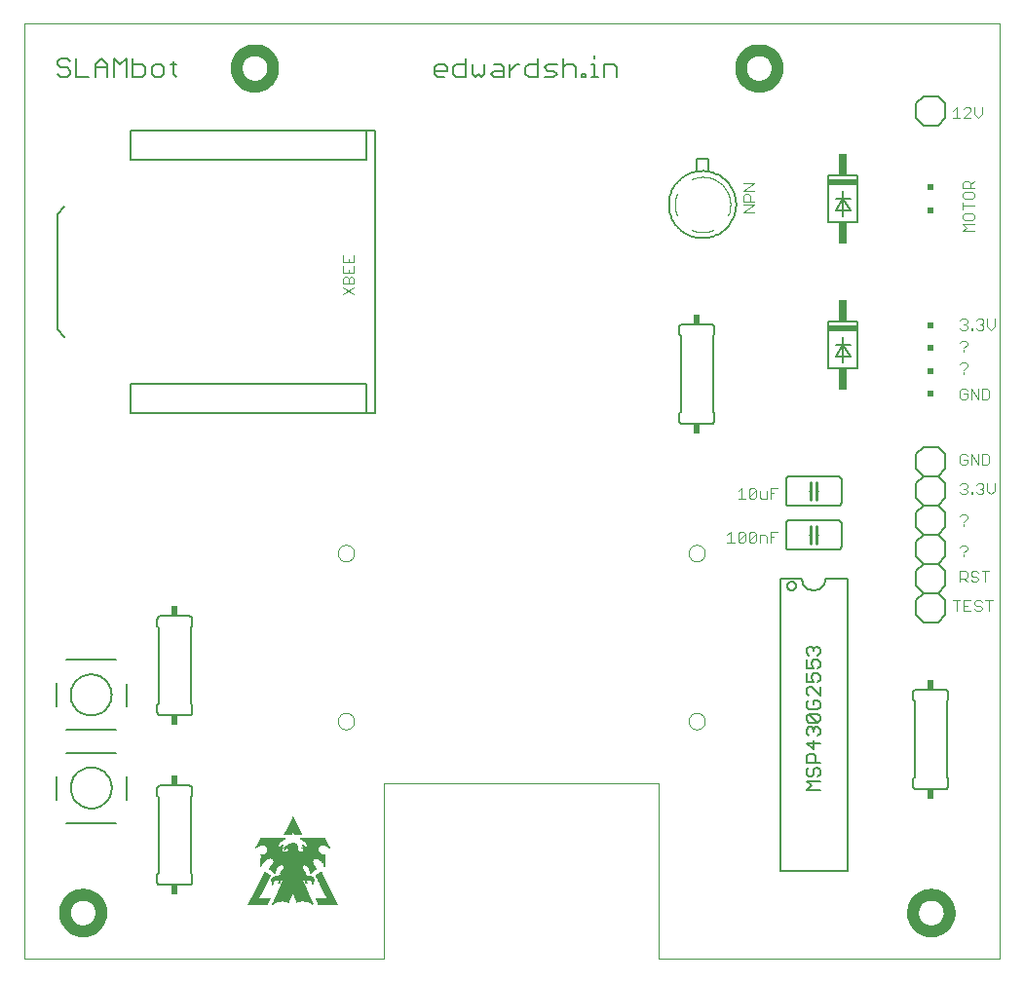
<source format=gto>
G75*
%MOIN*%
%OFA0B0*%
%FSLAX24Y24*%
%IPPOS*%
%LPD*%
%AMOC8*
5,1,8,0,0,1.08239X$1,22.5*
%
%ADD10C,0.0000*%
%ADD11C,0.0030*%
%ADD12C,0.0400*%
%ADD13C,0.0060*%
%ADD14R,0.0664X0.0008*%
%ADD15R,0.0680X0.0008*%
%ADD16R,0.0655X0.0008*%
%ADD17R,0.0672X0.0008*%
%ADD18R,0.0025X0.0008*%
%ADD19R,0.0680X0.0008*%
%ADD20R,0.0034X0.0008*%
%ADD21R,0.0025X0.0008*%
%ADD22R,0.0680X0.0008*%
%ADD23R,0.0034X0.0008*%
%ADD24R,0.0672X0.0008*%
%ADD25R,0.0050X0.0008*%
%ADD26R,0.0050X0.0008*%
%ADD27R,0.0042X0.0008*%
%ADD28R,0.0067X0.0008*%
%ADD29R,0.0655X0.0008*%
%ADD30R,0.0076X0.0008*%
%ADD31R,0.0067X0.0008*%
%ADD32R,0.0084X0.0008*%
%ADD33R,0.0076X0.0008*%
%ADD34R,0.0647X0.0008*%
%ADD35R,0.0092X0.0008*%
%ADD36R,0.0008X0.0008*%
%ADD37R,0.0109X0.0008*%
%ADD38R,0.0647X0.0008*%
%ADD39R,0.0126X0.0008*%
%ADD40R,0.0664X0.0008*%
%ADD41R,0.0151X0.0008*%
%ADD42R,0.0151X0.0008*%
%ADD43R,0.0672X0.0008*%
%ADD44R,0.0185X0.0008*%
%ADD45R,0.0185X0.0008*%
%ADD46R,0.0252X0.0008*%
%ADD47R,0.0168X0.0008*%
%ADD48R,0.0160X0.0008*%
%ADD49R,0.0235X0.0008*%
%ADD50R,0.0521X0.0008*%
%ADD51R,0.0521X0.0008*%
%ADD52R,0.0512X0.0008*%
%ADD53R,0.0647X0.0008*%
%ADD54R,0.0647X0.0008*%
%ADD55R,0.0529X0.0008*%
%ADD56R,0.0512X0.0008*%
%ADD57R,0.0260X0.0008*%
%ADD58R,0.0269X0.0008*%
%ADD59R,0.0529X0.0008*%
%ADD60R,0.0529X0.0008*%
%ADD61R,0.0260X0.0008*%
%ADD62R,0.0269X0.0008*%
%ADD63R,0.0529X0.0008*%
%ADD64R,0.0504X0.0008*%
%ADD65R,0.1042X0.0008*%
%ADD66R,0.0260X0.0008*%
%ADD67R,0.1042X0.0008*%
%ADD68R,0.0260X0.0008*%
%ADD69R,0.1025X0.0008*%
%ADD70R,0.1025X0.0008*%
%ADD71R,0.1008X0.0008*%
%ADD72R,0.1008X0.0008*%
%ADD73R,0.1000X0.0008*%
%ADD74R,0.0991X0.0008*%
%ADD75R,0.0983X0.0008*%
%ADD76R,0.0974X0.0008*%
%ADD77R,0.0966X0.0008*%
%ADD78R,0.0958X0.0008*%
%ADD79R,0.0958X0.0008*%
%ADD80R,0.0949X0.0008*%
%ADD81R,0.0941X0.0008*%
%ADD82R,0.0932X0.0008*%
%ADD83R,0.0924X0.0008*%
%ADD84R,0.0924X0.0008*%
%ADD85R,0.0907X0.0008*%
%ADD86R,0.0907X0.0008*%
%ADD87R,0.0890X0.0008*%
%ADD88R,0.0890X0.0008*%
%ADD89R,0.0882X0.0008*%
%ADD90R,0.0874X0.0008*%
%ADD91R,0.0865X0.0008*%
%ADD92R,0.0857X0.0008*%
%ADD93R,0.0848X0.0008*%
%ADD94R,0.0840X0.0008*%
%ADD95R,0.0832X0.0008*%
%ADD96R,0.0823X0.0008*%
%ADD97R,0.0815X0.0008*%
%ADD98R,0.0815X0.0008*%
%ADD99R,0.0806X0.0008*%
%ADD100R,0.0798X0.0008*%
%ADD101R,0.0790X0.0008*%
%ADD102R,0.0017X0.0008*%
%ADD103R,0.0781X0.0008*%
%ADD104R,0.0773X0.0008*%
%ADD105R,0.0764X0.0008*%
%ADD106R,0.0042X0.0008*%
%ADD107R,0.0756X0.0008*%
%ADD108R,0.0059X0.0008*%
%ADD109R,0.0748X0.0008*%
%ADD110R,0.0739X0.0008*%
%ADD111R,0.0084X0.0008*%
%ADD112R,0.0059X0.0008*%
%ADD113R,0.0731X0.0008*%
%ADD114R,0.0722X0.0008*%
%ADD115R,0.0076X0.0008*%
%ADD116R,0.0714X0.0008*%
%ADD117R,0.0076X0.0008*%
%ADD118R,0.0706X0.0008*%
%ADD119R,0.0697X0.0008*%
%ADD120R,0.0689X0.0008*%
%ADD121R,0.0101X0.0008*%
%ADD122R,0.0092X0.0008*%
%ADD123R,0.0109X0.0008*%
%ADD124R,0.0084X0.0008*%
%ADD125R,0.0101X0.0008*%
%ADD126R,0.0252X0.0008*%
%ADD127R,0.0109X0.0008*%
%ADD128R,0.0118X0.0008*%
%ADD129R,0.0134X0.0008*%
%ADD130R,0.0118X0.0008*%
%ADD131R,0.0042X0.0008*%
%ADD132R,0.0386X0.0008*%
%ADD133R,0.0386X0.0008*%
%ADD134R,0.0638X0.0008*%
%ADD135R,0.0395X0.0008*%
%ADD136R,0.0630X0.0008*%
%ADD137R,0.0395X0.0008*%
%ADD138R,0.0395X0.0008*%
%ADD139R,0.0622X0.0008*%
%ADD140R,0.0395X0.0008*%
%ADD141R,0.0613X0.0008*%
%ADD142R,0.0605X0.0008*%
%ADD143R,0.0403X0.0008*%
%ADD144R,0.1411X0.0008*%
%ADD145R,0.1403X0.0008*%
%ADD146R,0.1394X0.0008*%
%ADD147R,0.1378X0.0008*%
%ADD148R,0.1361X0.0008*%
%ADD149R,0.1327X0.0008*%
%ADD150R,0.1302X0.0008*%
%ADD151R,0.1277X0.0008*%
%ADD152R,0.1218X0.0008*%
%ADD153R,0.0252X0.0008*%
%ADD154R,0.0974X0.0008*%
%ADD155R,0.0916X0.0008*%
%ADD156R,0.0244X0.0008*%
%ADD157R,0.0210X0.0008*%
%ADD158R,0.0202X0.0008*%
%ADD159R,0.0193X0.0008*%
%ADD160R,0.0176X0.0008*%
%ADD161R,0.0832X0.0008*%
%ADD162R,0.0840X0.0008*%
%ADD163R,0.0143X0.0008*%
%ADD164R,0.0848X0.0008*%
%ADD165R,0.0143X0.0008*%
%ADD166R,0.0126X0.0008*%
%ADD167R,0.0857X0.0008*%
%ADD168R,0.0008X0.0008*%
%ADD169R,0.0865X0.0008*%
%ADD170R,0.0017X0.0008*%
%ADD171R,0.0848X0.0008*%
%ADD172R,0.0042X0.0008*%
%ADD173R,0.0008X0.0008*%
%ADD174R,0.0084X0.0008*%
%ADD175R,0.0806X0.0008*%
%ADD176R,0.0134X0.0008*%
%ADD177R,0.0151X0.0008*%
%ADD178R,0.0168X0.0008*%
%ADD179R,0.0722X0.0008*%
%ADD180R,0.0185X0.0008*%
%ADD181R,0.0202X0.0008*%
%ADD182R,0.0706X0.0008*%
%ADD183R,0.0218X0.0008*%
%ADD184R,0.0210X0.0008*%
%ADD185R,0.0227X0.0008*%
%ADD186R,0.0689X0.0008*%
%ADD187R,0.0244X0.0008*%
%ADD188R,0.0277X0.0008*%
%ADD189R,0.0008X0.0008*%
%ADD190R,0.0277X0.0008*%
%ADD191R,0.0286X0.0008*%
%ADD192R,0.0302X0.0008*%
%ADD193R,0.0756X0.0008*%
%ADD194R,0.1428X0.0008*%
%ADD195R,0.1420X0.0008*%
%ADD196R,0.0050X0.0008*%
%ADD197R,0.0050X0.0008*%
%ADD198R,0.1394X0.0008*%
%ADD199R,0.1378X0.0008*%
%ADD200R,0.1361X0.0008*%
%ADD201R,0.0118X0.0008*%
%ADD202R,0.0118X0.0008*%
%ADD203R,0.0143X0.0008*%
%ADD204R,0.1369X0.0008*%
%ADD205R,0.0160X0.0008*%
%ADD206R,0.0176X0.0008*%
%ADD207R,0.0193X0.0008*%
%ADD208R,0.0218X0.0008*%
%ADD209R,0.0218X0.0008*%
%ADD210R,0.1411X0.0008*%
%ADD211R,0.0235X0.0008*%
%ADD212R,0.1428X0.0008*%
%ADD213R,0.1445X0.0008*%
%ADD214R,0.1478X0.0008*%
%ADD215R,0.0319X0.0008*%
%ADD216R,0.1529X0.0008*%
%ADD217R,0.0328X0.0008*%
%ADD218R,0.2209X0.0008*%
%ADD219R,0.2209X0.0008*%
%ADD220R,0.2058X0.0008*%
%ADD221R,0.1999X0.0008*%
%ADD222R,0.1966X0.0008*%
%ADD223R,0.1932X0.0008*%
%ADD224R,0.1907X0.0008*%
%ADD225R,0.1882X0.0008*%
%ADD226R,0.1865X0.0008*%
%ADD227R,0.1848X0.0008*%
%ADD228R,0.1831X0.0008*%
%ADD229R,0.1814X0.0008*%
%ADD230R,0.1798X0.0008*%
%ADD231R,0.0479X0.0008*%
%ADD232R,0.0588X0.0008*%
%ADD233R,0.0428X0.0008*%
%ADD234R,0.0580X0.0008*%
%ADD235R,0.0563X0.0008*%
%ADD236R,0.0412X0.0008*%
%ADD237R,0.0546X0.0008*%
%ADD238R,0.0538X0.0008*%
%ADD239R,0.0378X0.0008*%
%ADD240R,0.0361X0.0008*%
%ADD241R,0.0361X0.0008*%
%ADD242R,0.0353X0.0008*%
%ADD243R,0.0353X0.0008*%
%ADD244R,0.0344X0.0008*%
%ADD245R,0.0344X0.0008*%
%ADD246R,0.0353X0.0008*%
%ADD247R,0.0353X0.0008*%
%ADD248R,0.0538X0.0008*%
%ADD249R,0.0546X0.0008*%
%ADD250R,0.0361X0.0008*%
%ADD251R,0.0454X0.0008*%
%ADD252R,0.0454X0.0008*%
%ADD253R,0.0554X0.0008*%
%ADD254R,0.0571X0.0008*%
%ADD255R,0.0445X0.0008*%
%ADD256R,0.0445X0.0008*%
%ADD257R,0.0437X0.0008*%
%ADD258R,0.0403X0.0008*%
%ADD259R,0.0420X0.0008*%
%ADD260R,0.0412X0.0008*%
%ADD261R,0.0437X0.0008*%
%ADD262R,0.0428X0.0008*%
%ADD263R,0.0319X0.0008*%
%ADD264R,0.0731X0.0008*%
%ADD265R,0.0294X0.0008*%
%ADD266R,0.0286X0.0008*%
%ADD267R,0.0739X0.0008*%
%ADD268R,0.0739X0.0008*%
%ADD269R,0.0748X0.0008*%
%ADD270R,0.0748X0.0008*%
%ADD271R,0.0764X0.0008*%
%ADD272R,0.0773X0.0008*%
%ADD273R,0.0790X0.0008*%
%ADD274R,0.0781X0.0008*%
%ADD275R,0.0798X0.0008*%
%ADD276R,0.0815X0.0008*%
%ADD277R,0.0504X0.0008*%
%ADD278R,0.0487X0.0008*%
%ADD279R,0.0487X0.0008*%
%ADD280R,0.0470X0.0008*%
%ADD281R,0.0470X0.0008*%
%ADD282R,0.0420X0.0008*%
%ADD283R,0.0370X0.0008*%
%ADD284R,0.0370X0.0008*%
%ADD285R,0.0336X0.0008*%
%ADD286R,0.0336X0.0008*%
%ADD287R,0.0319X0.0008*%
%ADD288R,0.0319X0.0008*%
%ADD289R,0.0302X0.0008*%
%ADD290R,0.0286X0.0008*%
%ADD291R,0.0252X0.0008*%
%ADD292R,0.0185X0.0008*%
%ADD293C,0.0080*%
%ADD294R,0.0200X0.0200*%
%ADD295R,0.1000X0.0200*%
%ADD296R,0.0300X0.0750*%
%ADD297R,0.0240X0.0340*%
%ADD298C,0.0100*%
%ADD299C,0.0050*%
%ADD300C,0.0020*%
D10*
X000180Y000180D02*
X000180Y032176D01*
X033550Y032176D01*
X033550Y000180D01*
X021880Y000180D01*
X021880Y006180D01*
X012480Y006180D01*
X012480Y000180D01*
X000180Y000180D01*
X001575Y001740D02*
X001577Y001790D01*
X001583Y001839D01*
X001593Y001888D01*
X001606Y001935D01*
X001624Y001982D01*
X001645Y002027D01*
X001669Y002070D01*
X001697Y002111D01*
X001728Y002150D01*
X001762Y002186D01*
X001799Y002220D01*
X001839Y002250D01*
X001880Y002277D01*
X001924Y002301D01*
X001969Y002321D01*
X002016Y002337D01*
X002064Y002350D01*
X002113Y002359D01*
X002163Y002364D01*
X002212Y002365D01*
X002262Y002362D01*
X002311Y002355D01*
X002360Y002344D01*
X002407Y002330D01*
X002453Y002311D01*
X002498Y002289D01*
X002541Y002264D01*
X002581Y002235D01*
X002619Y002203D01*
X002655Y002169D01*
X002688Y002131D01*
X002717Y002091D01*
X002743Y002049D01*
X002766Y002005D01*
X002785Y001959D01*
X002801Y001912D01*
X002813Y001863D01*
X002821Y001814D01*
X002825Y001765D01*
X002825Y001715D01*
X002821Y001666D01*
X002813Y001617D01*
X002801Y001568D01*
X002785Y001521D01*
X002766Y001475D01*
X002743Y001431D01*
X002717Y001389D01*
X002688Y001349D01*
X002655Y001311D01*
X002619Y001277D01*
X002581Y001245D01*
X002541Y001216D01*
X002498Y001191D01*
X002453Y001169D01*
X002407Y001150D01*
X002360Y001136D01*
X002311Y001125D01*
X002262Y001118D01*
X002212Y001115D01*
X002163Y001116D01*
X002113Y001121D01*
X002064Y001130D01*
X002016Y001143D01*
X001969Y001159D01*
X001924Y001179D01*
X001880Y001203D01*
X001839Y001230D01*
X001799Y001260D01*
X001762Y001294D01*
X001728Y001330D01*
X001697Y001369D01*
X001669Y001410D01*
X001645Y001453D01*
X001624Y001498D01*
X001606Y001545D01*
X001593Y001592D01*
X001583Y001641D01*
X001577Y001690D01*
X001575Y001740D01*
X010900Y008305D02*
X010902Y008338D01*
X010908Y008371D01*
X010918Y008402D01*
X010931Y008433D01*
X010948Y008461D01*
X010968Y008488D01*
X010991Y008512D01*
X011017Y008532D01*
X011045Y008550D01*
X011075Y008564D01*
X011106Y008575D01*
X011139Y008582D01*
X011172Y008585D01*
X011205Y008584D01*
X011238Y008579D01*
X011270Y008570D01*
X011300Y008558D01*
X011329Y008542D01*
X011356Y008522D01*
X011381Y008500D01*
X011403Y008475D01*
X011421Y008447D01*
X011436Y008418D01*
X011448Y008387D01*
X011456Y008355D01*
X011460Y008322D01*
X011460Y008288D01*
X011456Y008255D01*
X011448Y008223D01*
X011436Y008192D01*
X011421Y008163D01*
X011403Y008135D01*
X011381Y008110D01*
X011356Y008088D01*
X011329Y008068D01*
X011300Y008052D01*
X011270Y008040D01*
X011238Y008031D01*
X011205Y008026D01*
X011172Y008025D01*
X011139Y008028D01*
X011106Y008035D01*
X011075Y008046D01*
X011045Y008060D01*
X011017Y008078D01*
X010991Y008098D01*
X010968Y008122D01*
X010948Y008149D01*
X010931Y008177D01*
X010918Y008208D01*
X010908Y008239D01*
X010902Y008272D01*
X010900Y008305D01*
X010900Y014055D02*
X010902Y014088D01*
X010908Y014121D01*
X010918Y014152D01*
X010931Y014183D01*
X010948Y014211D01*
X010968Y014238D01*
X010991Y014262D01*
X011017Y014282D01*
X011045Y014300D01*
X011075Y014314D01*
X011106Y014325D01*
X011139Y014332D01*
X011172Y014335D01*
X011205Y014334D01*
X011238Y014329D01*
X011270Y014320D01*
X011300Y014308D01*
X011329Y014292D01*
X011356Y014272D01*
X011381Y014250D01*
X011403Y014225D01*
X011421Y014197D01*
X011436Y014168D01*
X011448Y014137D01*
X011456Y014105D01*
X011460Y014072D01*
X011460Y014038D01*
X011456Y014005D01*
X011448Y013973D01*
X011436Y013942D01*
X011421Y013913D01*
X011403Y013885D01*
X011381Y013860D01*
X011356Y013838D01*
X011329Y013818D01*
X011300Y013802D01*
X011270Y013790D01*
X011238Y013781D01*
X011205Y013776D01*
X011172Y013775D01*
X011139Y013778D01*
X011106Y013785D01*
X011075Y013796D01*
X011045Y013810D01*
X011017Y013828D01*
X010991Y013848D01*
X010968Y013872D01*
X010948Y013899D01*
X010931Y013927D01*
X010918Y013958D01*
X010908Y013989D01*
X010902Y014022D01*
X010900Y014055D01*
X022900Y014055D02*
X022902Y014088D01*
X022908Y014121D01*
X022918Y014152D01*
X022931Y014183D01*
X022948Y014211D01*
X022968Y014238D01*
X022991Y014262D01*
X023017Y014282D01*
X023045Y014300D01*
X023075Y014314D01*
X023106Y014325D01*
X023139Y014332D01*
X023172Y014335D01*
X023205Y014334D01*
X023238Y014329D01*
X023270Y014320D01*
X023300Y014308D01*
X023329Y014292D01*
X023356Y014272D01*
X023381Y014250D01*
X023403Y014225D01*
X023421Y014197D01*
X023436Y014168D01*
X023448Y014137D01*
X023456Y014105D01*
X023460Y014072D01*
X023460Y014038D01*
X023456Y014005D01*
X023448Y013973D01*
X023436Y013942D01*
X023421Y013913D01*
X023403Y013885D01*
X023381Y013860D01*
X023356Y013838D01*
X023329Y013818D01*
X023300Y013802D01*
X023270Y013790D01*
X023238Y013781D01*
X023205Y013776D01*
X023172Y013775D01*
X023139Y013778D01*
X023106Y013785D01*
X023075Y013796D01*
X023045Y013810D01*
X023017Y013828D01*
X022991Y013848D01*
X022968Y013872D01*
X022948Y013899D01*
X022931Y013927D01*
X022918Y013958D01*
X022908Y013989D01*
X022902Y014022D01*
X022900Y014055D01*
X022900Y008305D02*
X022902Y008338D01*
X022908Y008371D01*
X022918Y008402D01*
X022931Y008433D01*
X022948Y008461D01*
X022968Y008488D01*
X022991Y008512D01*
X023017Y008532D01*
X023045Y008550D01*
X023075Y008564D01*
X023106Y008575D01*
X023139Y008582D01*
X023172Y008585D01*
X023205Y008584D01*
X023238Y008579D01*
X023270Y008570D01*
X023300Y008558D01*
X023329Y008542D01*
X023356Y008522D01*
X023381Y008500D01*
X023403Y008475D01*
X023421Y008447D01*
X023436Y008418D01*
X023448Y008387D01*
X023456Y008355D01*
X023460Y008322D01*
X023460Y008288D01*
X023456Y008255D01*
X023448Y008223D01*
X023436Y008192D01*
X023421Y008163D01*
X023403Y008135D01*
X023381Y008110D01*
X023356Y008088D01*
X023329Y008068D01*
X023300Y008052D01*
X023270Y008040D01*
X023238Y008031D01*
X023205Y008026D01*
X023172Y008025D01*
X023139Y008028D01*
X023106Y008035D01*
X023075Y008046D01*
X023045Y008060D01*
X023017Y008078D01*
X022991Y008098D01*
X022968Y008122D01*
X022948Y008149D01*
X022931Y008177D01*
X022918Y008208D01*
X022908Y008239D01*
X022902Y008272D01*
X022900Y008305D01*
X030575Y001740D02*
X030577Y001790D01*
X030583Y001839D01*
X030593Y001888D01*
X030606Y001935D01*
X030624Y001982D01*
X030645Y002027D01*
X030669Y002070D01*
X030697Y002111D01*
X030728Y002150D01*
X030762Y002186D01*
X030799Y002220D01*
X030839Y002250D01*
X030880Y002277D01*
X030924Y002301D01*
X030969Y002321D01*
X031016Y002337D01*
X031064Y002350D01*
X031113Y002359D01*
X031163Y002364D01*
X031212Y002365D01*
X031262Y002362D01*
X031311Y002355D01*
X031360Y002344D01*
X031407Y002330D01*
X031453Y002311D01*
X031498Y002289D01*
X031541Y002264D01*
X031581Y002235D01*
X031619Y002203D01*
X031655Y002169D01*
X031688Y002131D01*
X031717Y002091D01*
X031743Y002049D01*
X031766Y002005D01*
X031785Y001959D01*
X031801Y001912D01*
X031813Y001863D01*
X031821Y001814D01*
X031825Y001765D01*
X031825Y001715D01*
X031821Y001666D01*
X031813Y001617D01*
X031801Y001568D01*
X031785Y001521D01*
X031766Y001475D01*
X031743Y001431D01*
X031717Y001389D01*
X031688Y001349D01*
X031655Y001311D01*
X031619Y001277D01*
X031581Y001245D01*
X031541Y001216D01*
X031498Y001191D01*
X031453Y001169D01*
X031407Y001150D01*
X031360Y001136D01*
X031311Y001125D01*
X031262Y001118D01*
X031212Y001115D01*
X031163Y001116D01*
X031113Y001121D01*
X031064Y001130D01*
X031016Y001143D01*
X030969Y001159D01*
X030924Y001179D01*
X030880Y001203D01*
X030839Y001230D01*
X030799Y001260D01*
X030762Y001294D01*
X030728Y001330D01*
X030697Y001369D01*
X030669Y001410D01*
X030645Y001453D01*
X030624Y001498D01*
X030606Y001545D01*
X030593Y001592D01*
X030583Y001641D01*
X030577Y001690D01*
X030575Y001740D01*
X024705Y030640D02*
X024707Y030690D01*
X024713Y030739D01*
X024723Y030788D01*
X024736Y030835D01*
X024754Y030882D01*
X024775Y030927D01*
X024799Y030970D01*
X024827Y031011D01*
X024858Y031050D01*
X024892Y031086D01*
X024929Y031120D01*
X024969Y031150D01*
X025010Y031177D01*
X025054Y031201D01*
X025099Y031221D01*
X025146Y031237D01*
X025194Y031250D01*
X025243Y031259D01*
X025293Y031264D01*
X025342Y031265D01*
X025392Y031262D01*
X025441Y031255D01*
X025490Y031244D01*
X025537Y031230D01*
X025583Y031211D01*
X025628Y031189D01*
X025671Y031164D01*
X025711Y031135D01*
X025749Y031103D01*
X025785Y031069D01*
X025818Y031031D01*
X025847Y030991D01*
X025873Y030949D01*
X025896Y030905D01*
X025915Y030859D01*
X025931Y030812D01*
X025943Y030763D01*
X025951Y030714D01*
X025955Y030665D01*
X025955Y030615D01*
X025951Y030566D01*
X025943Y030517D01*
X025931Y030468D01*
X025915Y030421D01*
X025896Y030375D01*
X025873Y030331D01*
X025847Y030289D01*
X025818Y030249D01*
X025785Y030211D01*
X025749Y030177D01*
X025711Y030145D01*
X025671Y030116D01*
X025628Y030091D01*
X025583Y030069D01*
X025537Y030050D01*
X025490Y030036D01*
X025441Y030025D01*
X025392Y030018D01*
X025342Y030015D01*
X025293Y030016D01*
X025243Y030021D01*
X025194Y030030D01*
X025146Y030043D01*
X025099Y030059D01*
X025054Y030079D01*
X025010Y030103D01*
X024969Y030130D01*
X024929Y030160D01*
X024892Y030194D01*
X024858Y030230D01*
X024827Y030269D01*
X024799Y030310D01*
X024775Y030353D01*
X024754Y030398D01*
X024736Y030445D01*
X024723Y030492D01*
X024713Y030541D01*
X024707Y030590D01*
X024705Y030640D01*
X007447Y030640D02*
X007449Y030690D01*
X007455Y030739D01*
X007465Y030788D01*
X007478Y030835D01*
X007496Y030882D01*
X007517Y030927D01*
X007541Y030970D01*
X007569Y031011D01*
X007600Y031050D01*
X007634Y031086D01*
X007671Y031120D01*
X007711Y031150D01*
X007752Y031177D01*
X007796Y031201D01*
X007841Y031221D01*
X007888Y031237D01*
X007936Y031250D01*
X007985Y031259D01*
X008035Y031264D01*
X008084Y031265D01*
X008134Y031262D01*
X008183Y031255D01*
X008232Y031244D01*
X008279Y031230D01*
X008325Y031211D01*
X008370Y031189D01*
X008413Y031164D01*
X008453Y031135D01*
X008491Y031103D01*
X008527Y031069D01*
X008560Y031031D01*
X008589Y030991D01*
X008615Y030949D01*
X008638Y030905D01*
X008657Y030859D01*
X008673Y030812D01*
X008685Y030763D01*
X008693Y030714D01*
X008697Y030665D01*
X008697Y030615D01*
X008693Y030566D01*
X008685Y030517D01*
X008673Y030468D01*
X008657Y030421D01*
X008638Y030375D01*
X008615Y030331D01*
X008589Y030289D01*
X008560Y030249D01*
X008527Y030211D01*
X008491Y030177D01*
X008453Y030145D01*
X008413Y030116D01*
X008370Y030091D01*
X008325Y030069D01*
X008279Y030050D01*
X008232Y030036D01*
X008183Y030025D01*
X008134Y030018D01*
X008084Y030015D01*
X008035Y030016D01*
X007985Y030021D01*
X007936Y030030D01*
X007888Y030043D01*
X007841Y030059D01*
X007796Y030079D01*
X007752Y030103D01*
X007711Y030130D01*
X007671Y030160D01*
X007634Y030194D01*
X007600Y030230D01*
X007569Y030269D01*
X007541Y030310D01*
X007517Y030353D01*
X007496Y030398D01*
X007478Y030445D01*
X007465Y030492D01*
X007455Y030541D01*
X007449Y030590D01*
X007447Y030640D01*
D11*
X011082Y024251D02*
X011082Y024004D01*
X011452Y024004D01*
X011452Y024251D01*
X011267Y024127D02*
X011267Y024004D01*
X011082Y023882D02*
X011082Y023635D01*
X011452Y023635D01*
X011452Y023882D01*
X011267Y023759D02*
X011267Y023635D01*
X011206Y023514D02*
X011144Y023514D01*
X011082Y023452D01*
X011082Y023267D01*
X011452Y023267D01*
X011452Y023452D01*
X011391Y023514D01*
X011329Y023514D01*
X011267Y023452D01*
X011267Y023267D01*
X011267Y023452D02*
X011206Y023514D01*
X011082Y023146D02*
X011452Y022899D01*
X011452Y023146D02*
X011082Y022899D01*
X024228Y014667D02*
X024352Y014790D01*
X024352Y014420D01*
X024475Y014420D02*
X024228Y014420D01*
X024597Y014482D02*
X024597Y014729D01*
X024658Y014790D01*
X024782Y014790D01*
X024844Y014729D01*
X024597Y014482D01*
X024658Y014420D01*
X024782Y014420D01*
X024844Y014482D01*
X024844Y014729D01*
X024965Y014729D02*
X025027Y014790D01*
X025150Y014790D01*
X025212Y014729D01*
X024965Y014482D01*
X025027Y014420D01*
X025150Y014420D01*
X025212Y014482D01*
X025212Y014729D01*
X025333Y014667D02*
X025519Y014667D01*
X025580Y014605D01*
X025580Y014420D01*
X025702Y014420D02*
X025702Y014790D01*
X025949Y014790D01*
X025825Y014605D02*
X025702Y014605D01*
X025333Y014667D02*
X025333Y014420D01*
X024965Y014482D02*
X024965Y014729D01*
X025027Y015920D02*
X024965Y015982D01*
X025212Y016229D01*
X025212Y015982D01*
X025150Y015920D01*
X025027Y015920D01*
X024965Y015982D02*
X024965Y016229D01*
X025027Y016290D01*
X025150Y016290D01*
X025212Y016229D01*
X025333Y016167D02*
X025333Y015982D01*
X025395Y015920D01*
X025580Y015920D01*
X025580Y016167D01*
X025702Y016105D02*
X025825Y016105D01*
X025702Y015920D02*
X025702Y016290D01*
X025949Y016290D01*
X024844Y015920D02*
X024597Y015920D01*
X024720Y015920D02*
X024720Y016290D01*
X024597Y016167D01*
X031945Y012440D02*
X032192Y012440D01*
X032313Y012440D02*
X032313Y012070D01*
X032560Y012070D01*
X032682Y012132D02*
X032743Y012070D01*
X032867Y012070D01*
X032929Y012132D01*
X032929Y012193D01*
X032867Y012255D01*
X032743Y012255D01*
X032682Y012317D01*
X032682Y012379D01*
X032743Y012440D01*
X032867Y012440D01*
X032929Y012379D01*
X033050Y012440D02*
X033297Y012440D01*
X033173Y012440D02*
X033173Y012070D01*
X032560Y012440D02*
X032313Y012440D01*
X032313Y012255D02*
X032437Y012255D01*
X032068Y012070D02*
X032068Y012440D01*
X032195Y013070D02*
X032195Y013440D01*
X032380Y013440D01*
X032442Y013379D01*
X032442Y013255D01*
X032380Y013193D01*
X032195Y013193D01*
X032318Y013193D02*
X032442Y013070D01*
X032563Y013132D02*
X032625Y013070D01*
X032748Y013070D01*
X032810Y013132D01*
X032810Y013193D01*
X032748Y013255D01*
X032625Y013255D01*
X032563Y013317D01*
X032563Y013379D01*
X032625Y013440D01*
X032748Y013440D01*
X032810Y013379D01*
X032932Y013440D02*
X033179Y013440D01*
X033055Y013440D02*
X033055Y013070D01*
X032318Y013945D02*
X032318Y014007D01*
X032318Y014068D02*
X032442Y014192D01*
X032442Y014254D01*
X032380Y014315D01*
X032257Y014315D01*
X032195Y014254D01*
X032318Y014995D02*
X032318Y015057D01*
X032318Y015118D02*
X032442Y015242D01*
X032442Y015304D01*
X032380Y015365D01*
X032257Y015365D01*
X032195Y015304D01*
X032257Y016070D02*
X032195Y016132D01*
X032257Y016070D02*
X032380Y016070D01*
X032442Y016132D01*
X032442Y016193D01*
X032380Y016255D01*
X032318Y016255D01*
X032380Y016255D02*
X032442Y016317D01*
X032442Y016379D01*
X032380Y016440D01*
X032257Y016440D01*
X032195Y016379D01*
X032563Y016132D02*
X032625Y016132D01*
X032625Y016070D01*
X032563Y016070D01*
X032563Y016132D01*
X032747Y016132D02*
X032809Y016070D01*
X032933Y016070D01*
X032994Y016132D01*
X032994Y016193D01*
X032933Y016255D01*
X032871Y016255D01*
X032933Y016255D02*
X032994Y016317D01*
X032994Y016379D01*
X032933Y016440D01*
X032809Y016440D01*
X032747Y016379D01*
X033116Y016440D02*
X033116Y016193D01*
X033239Y016070D01*
X033363Y016193D01*
X033363Y016440D01*
X033117Y017070D02*
X033179Y017132D01*
X033179Y017379D01*
X033117Y017440D01*
X032932Y017440D01*
X032932Y017070D01*
X033117Y017070D01*
X032810Y017070D02*
X032810Y017440D01*
X032563Y017440D02*
X032810Y017070D01*
X032563Y017070D02*
X032563Y017440D01*
X032442Y017379D02*
X032380Y017440D01*
X032257Y017440D01*
X032195Y017379D01*
X032195Y017132D01*
X032257Y017070D01*
X032380Y017070D01*
X032442Y017132D01*
X032442Y017255D01*
X032318Y017255D01*
X032257Y019320D02*
X032380Y019320D01*
X032442Y019382D01*
X032442Y019505D01*
X032318Y019505D01*
X032195Y019382D02*
X032195Y019629D01*
X032257Y019690D01*
X032380Y019690D01*
X032442Y019629D01*
X032563Y019690D02*
X032810Y019320D01*
X032810Y019690D01*
X032932Y019690D02*
X032932Y019320D01*
X033117Y019320D01*
X033179Y019382D01*
X033179Y019629D01*
X033117Y019690D01*
X032932Y019690D01*
X032563Y019690D02*
X032563Y019320D01*
X032257Y019320D02*
X032195Y019382D01*
X032318Y020195D02*
X032318Y020257D01*
X032318Y020318D02*
X032442Y020442D01*
X032442Y020504D01*
X032380Y020565D01*
X032257Y020565D01*
X032195Y020504D01*
X032318Y020945D02*
X032318Y021007D01*
X032318Y021068D02*
X032442Y021192D01*
X032442Y021254D01*
X032380Y021315D01*
X032257Y021315D01*
X032195Y021254D01*
X032257Y021695D02*
X032195Y021757D01*
X032257Y021695D02*
X032380Y021695D01*
X032442Y021757D01*
X032442Y021818D01*
X032380Y021880D01*
X032318Y021880D01*
X032380Y021880D02*
X032442Y021942D01*
X032442Y022004D01*
X032380Y022065D01*
X032257Y022065D01*
X032195Y022004D01*
X032563Y021757D02*
X032625Y021757D01*
X032625Y021695D01*
X032563Y021695D01*
X032563Y021757D01*
X032747Y021757D02*
X032809Y021695D01*
X032933Y021695D01*
X032994Y021757D01*
X032994Y021818D01*
X032933Y021880D01*
X032871Y021880D01*
X032933Y021880D02*
X032994Y021942D01*
X032994Y022004D01*
X032933Y022065D01*
X032809Y022065D01*
X032747Y022004D01*
X033116Y022065D02*
X033116Y021818D01*
X033239Y021695D01*
X033363Y021818D01*
X033363Y022065D01*
X032665Y025070D02*
X032295Y025070D01*
X032418Y025193D01*
X032295Y025317D01*
X032665Y025317D01*
X032603Y025438D02*
X032665Y025500D01*
X032665Y025623D01*
X032603Y025685D01*
X032356Y025685D01*
X032295Y025623D01*
X032295Y025500D01*
X032356Y025438D01*
X032603Y025438D01*
X032295Y025807D02*
X032295Y026054D01*
X032295Y025930D02*
X032665Y025930D01*
X032603Y026175D02*
X032665Y026237D01*
X032665Y026360D01*
X032603Y026422D01*
X032356Y026422D01*
X032295Y026360D01*
X032295Y026237D01*
X032356Y026175D01*
X032603Y026175D01*
X032542Y026543D02*
X032542Y026728D01*
X032480Y026790D01*
X032356Y026790D01*
X032295Y026728D01*
X032295Y026543D01*
X032665Y026543D01*
X032542Y026667D02*
X032665Y026790D01*
X032560Y028945D02*
X032313Y028945D01*
X032560Y029192D01*
X032560Y029254D01*
X032498Y029315D01*
X032375Y029315D01*
X032313Y029254D01*
X032068Y029315D02*
X032068Y028945D01*
X031945Y028945D02*
X032192Y028945D01*
X031945Y029192D02*
X032068Y029315D01*
X032682Y029315D02*
X032682Y029068D01*
X032805Y028945D01*
X032929Y029068D01*
X032929Y029315D01*
X025140Y026704D02*
X024770Y026704D01*
X024770Y026457D02*
X025140Y026704D01*
X025140Y026457D02*
X024770Y026457D01*
X024831Y026335D02*
X024955Y026335D01*
X025017Y026273D01*
X025017Y026088D01*
X025140Y026088D02*
X024770Y026088D01*
X024770Y026273D01*
X024831Y026335D01*
X024770Y025967D02*
X025140Y025967D01*
X024770Y025720D01*
X025140Y025720D01*
D12*
X025316Y031263D02*
X025267Y031261D01*
X025217Y031254D01*
X025169Y031244D01*
X025121Y031230D01*
X025075Y031213D01*
X025030Y031191D01*
X024987Y031166D01*
X024946Y031138D01*
X024908Y031107D01*
X024872Y031073D01*
X024839Y031036D01*
X024809Y030997D01*
X024782Y030955D01*
X024759Y030911D01*
X024739Y030866D01*
X024723Y030819D01*
X024710Y030771D01*
X024702Y030722D01*
X024697Y030673D01*
X024696Y030623D01*
X024699Y030574D01*
X024706Y030525D01*
X024717Y030476D01*
X024732Y030429D01*
X024750Y030383D01*
X024772Y030338D01*
X024798Y030296D01*
X024827Y030256D01*
X024859Y030218D01*
X024893Y030182D01*
X024931Y030150D01*
X024971Y030120D01*
X025013Y030094D01*
X025057Y030072D01*
X025103Y030052D01*
X025150Y030037D01*
X025198Y030025D01*
X025247Y030017D01*
X025296Y030013D01*
X025346Y030013D01*
X025395Y030017D01*
X025444Y030025D01*
X025492Y030037D01*
X025539Y030052D01*
X025585Y030072D01*
X025629Y030094D01*
X025671Y030120D01*
X025711Y030150D01*
X025749Y030182D01*
X025783Y030218D01*
X025815Y030256D01*
X025844Y030296D01*
X025870Y030338D01*
X025892Y030383D01*
X025910Y030429D01*
X025925Y030476D01*
X025936Y030525D01*
X025943Y030574D01*
X025946Y030623D01*
X025945Y030673D01*
X025940Y030722D01*
X025932Y030771D01*
X025919Y030819D01*
X025903Y030866D01*
X025883Y030911D01*
X025860Y030955D01*
X025833Y030997D01*
X025803Y031036D01*
X025770Y031073D01*
X025734Y031107D01*
X025696Y031138D01*
X025655Y031166D01*
X025612Y031191D01*
X025567Y031213D01*
X025521Y031230D01*
X025473Y031244D01*
X025425Y031254D01*
X025375Y031261D01*
X025326Y031263D01*
X008072Y031263D02*
X008121Y031261D01*
X008171Y031254D01*
X008219Y031244D01*
X008267Y031230D01*
X008313Y031213D01*
X008358Y031191D01*
X008401Y031166D01*
X008442Y031138D01*
X008480Y031107D01*
X008516Y031073D01*
X008549Y031036D01*
X008579Y030997D01*
X008606Y030955D01*
X008629Y030911D01*
X008649Y030866D01*
X008665Y030819D01*
X008678Y030771D01*
X008686Y030722D01*
X008691Y030673D01*
X008692Y030623D01*
X008689Y030574D01*
X008682Y030525D01*
X008671Y030476D01*
X008656Y030429D01*
X008638Y030383D01*
X008616Y030338D01*
X008590Y030296D01*
X008561Y030256D01*
X008529Y030218D01*
X008495Y030182D01*
X008457Y030150D01*
X008417Y030120D01*
X008375Y030094D01*
X008331Y030072D01*
X008285Y030052D01*
X008238Y030037D01*
X008190Y030025D01*
X008141Y030017D01*
X008092Y030013D01*
X008042Y030013D01*
X007993Y030017D01*
X007944Y030025D01*
X007896Y030037D01*
X007849Y030052D01*
X007803Y030072D01*
X007759Y030094D01*
X007717Y030120D01*
X007677Y030150D01*
X007639Y030182D01*
X007605Y030218D01*
X007573Y030256D01*
X007544Y030296D01*
X007518Y030338D01*
X007496Y030383D01*
X007478Y030429D01*
X007463Y030476D01*
X007452Y030525D01*
X007445Y030574D01*
X007442Y030623D01*
X007443Y030673D01*
X007448Y030722D01*
X007456Y030771D01*
X007469Y030819D01*
X007485Y030866D01*
X007505Y030911D01*
X007528Y030955D01*
X007555Y030997D01*
X007585Y031036D01*
X007618Y031073D01*
X007654Y031107D01*
X007692Y031138D01*
X007733Y031166D01*
X007776Y031191D01*
X007821Y031213D01*
X007867Y031230D01*
X007915Y031244D01*
X007963Y031254D01*
X008013Y031261D01*
X008062Y031263D01*
X002196Y002365D02*
X002245Y002363D01*
X002295Y002356D01*
X002343Y002346D01*
X002391Y002332D01*
X002437Y002315D01*
X002482Y002293D01*
X002525Y002268D01*
X002566Y002240D01*
X002604Y002209D01*
X002640Y002175D01*
X002673Y002138D01*
X002703Y002099D01*
X002730Y002057D01*
X002753Y002013D01*
X002773Y001968D01*
X002789Y001921D01*
X002802Y001873D01*
X002810Y001824D01*
X002815Y001775D01*
X002816Y001725D01*
X002813Y001676D01*
X002806Y001627D01*
X002795Y001578D01*
X002780Y001531D01*
X002762Y001485D01*
X002740Y001440D01*
X002714Y001398D01*
X002685Y001358D01*
X002653Y001320D01*
X002619Y001284D01*
X002581Y001252D01*
X002541Y001222D01*
X002499Y001196D01*
X002455Y001174D01*
X002409Y001154D01*
X002362Y001139D01*
X002314Y001127D01*
X002265Y001119D01*
X002216Y001115D01*
X002166Y001115D01*
X002117Y001119D01*
X002068Y001127D01*
X002020Y001139D01*
X001973Y001154D01*
X001927Y001174D01*
X001883Y001196D01*
X001841Y001222D01*
X001801Y001252D01*
X001763Y001284D01*
X001729Y001320D01*
X001697Y001358D01*
X001668Y001398D01*
X001642Y001440D01*
X001620Y001485D01*
X001602Y001531D01*
X001587Y001578D01*
X001576Y001627D01*
X001569Y001676D01*
X001566Y001725D01*
X001567Y001775D01*
X001572Y001824D01*
X001580Y001873D01*
X001593Y001921D01*
X001609Y001968D01*
X001629Y002013D01*
X001652Y002057D01*
X001679Y002099D01*
X001709Y002138D01*
X001742Y002175D01*
X001778Y002209D01*
X001816Y002240D01*
X001857Y002268D01*
X001900Y002293D01*
X001945Y002315D01*
X001991Y002332D01*
X002039Y002346D01*
X002087Y002356D01*
X002137Y002363D01*
X002186Y002365D01*
X031202Y002365D02*
X031153Y002363D01*
X031103Y002356D01*
X031055Y002346D01*
X031007Y002332D01*
X030961Y002315D01*
X030916Y002293D01*
X030873Y002268D01*
X030832Y002240D01*
X030794Y002209D01*
X030758Y002175D01*
X030725Y002138D01*
X030695Y002099D01*
X030668Y002057D01*
X030645Y002013D01*
X030625Y001968D01*
X030609Y001921D01*
X030596Y001873D01*
X030588Y001824D01*
X030583Y001775D01*
X030582Y001725D01*
X030585Y001676D01*
X030592Y001627D01*
X030603Y001578D01*
X030618Y001531D01*
X030636Y001485D01*
X030658Y001440D01*
X030684Y001398D01*
X030713Y001358D01*
X030745Y001320D01*
X030779Y001284D01*
X030817Y001252D01*
X030857Y001222D01*
X030899Y001196D01*
X030943Y001174D01*
X030989Y001154D01*
X031036Y001139D01*
X031084Y001127D01*
X031133Y001119D01*
X031182Y001115D01*
X031232Y001115D01*
X031281Y001119D01*
X031330Y001127D01*
X031378Y001139D01*
X031425Y001154D01*
X031471Y001174D01*
X031515Y001196D01*
X031557Y001222D01*
X031597Y001252D01*
X031635Y001284D01*
X031669Y001320D01*
X031701Y001358D01*
X031730Y001398D01*
X031756Y001440D01*
X031778Y001485D01*
X031796Y001531D01*
X031811Y001578D01*
X031822Y001627D01*
X031829Y001676D01*
X031832Y001725D01*
X031831Y001775D01*
X031826Y001824D01*
X031818Y001873D01*
X031805Y001921D01*
X031789Y001968D01*
X031769Y002013D01*
X031746Y002057D01*
X031719Y002099D01*
X031689Y002138D01*
X031656Y002175D01*
X031620Y002209D01*
X031582Y002240D01*
X031541Y002268D01*
X031498Y002293D01*
X031453Y002315D01*
X031407Y002332D01*
X031359Y002346D01*
X031311Y002356D01*
X031261Y002363D01*
X031212Y002365D01*
D13*
X028330Y003182D02*
X026030Y003182D01*
X026030Y013182D01*
X026780Y013182D01*
X026782Y013143D01*
X026788Y013104D01*
X026797Y013066D01*
X026810Y013029D01*
X026827Y012993D01*
X026847Y012960D01*
X026871Y012928D01*
X026897Y012899D01*
X026926Y012873D01*
X026958Y012849D01*
X026991Y012829D01*
X027027Y012812D01*
X027064Y012799D01*
X027102Y012790D01*
X027141Y012784D01*
X027180Y012782D01*
X027219Y012784D01*
X027258Y012790D01*
X027296Y012799D01*
X027333Y012812D01*
X027369Y012829D01*
X027402Y012849D01*
X027434Y012873D01*
X027463Y012899D01*
X027489Y012928D01*
X027513Y012960D01*
X027533Y012993D01*
X027550Y013029D01*
X027563Y013066D01*
X027572Y013104D01*
X027578Y013143D01*
X027580Y013182D01*
X028330Y013182D01*
X028330Y003182D01*
X030680Y005980D02*
X031680Y005980D01*
X031697Y005982D01*
X031714Y005986D01*
X031730Y005993D01*
X031744Y006003D01*
X031757Y006016D01*
X031767Y006030D01*
X031774Y006046D01*
X031778Y006063D01*
X031780Y006080D01*
X031780Y006330D01*
X031730Y006380D01*
X031730Y008980D01*
X031780Y009030D01*
X031780Y009280D01*
X031778Y009297D01*
X031774Y009314D01*
X031767Y009330D01*
X031757Y009344D01*
X031744Y009357D01*
X031730Y009367D01*
X031714Y009374D01*
X031697Y009378D01*
X031680Y009380D01*
X030680Y009380D01*
X030663Y009378D01*
X030646Y009374D01*
X030630Y009367D01*
X030616Y009357D01*
X030603Y009344D01*
X030593Y009330D01*
X030586Y009314D01*
X030582Y009297D01*
X030580Y009280D01*
X030580Y009030D01*
X030630Y008980D01*
X030630Y006380D01*
X030580Y006330D01*
X030580Y006080D01*
X030582Y006063D01*
X030586Y006046D01*
X030593Y006030D01*
X030603Y006016D01*
X030616Y006003D01*
X030630Y005993D01*
X030646Y005986D01*
X030663Y005982D01*
X030680Y005980D01*
X030930Y011680D02*
X030680Y011930D01*
X030680Y012430D01*
X030930Y012680D01*
X030680Y012930D01*
X030680Y013430D01*
X030930Y013680D01*
X030680Y013930D01*
X030680Y014430D01*
X030930Y014680D01*
X030680Y014930D01*
X030680Y015430D01*
X030930Y015680D01*
X030680Y015930D01*
X030680Y016430D01*
X030930Y016680D01*
X030680Y016930D01*
X030680Y017430D01*
X030930Y017680D01*
X031430Y017680D01*
X031680Y017430D01*
X031680Y016930D01*
X031430Y016680D01*
X031680Y016430D01*
X031680Y015930D01*
X031430Y015680D01*
X030930Y015680D01*
X031430Y015680D02*
X031680Y015430D01*
X031680Y014930D01*
X031430Y014680D01*
X031680Y014430D01*
X031680Y013930D01*
X031430Y013680D01*
X031680Y013430D01*
X031680Y012930D01*
X031430Y012680D01*
X031680Y012430D01*
X031680Y011930D01*
X031430Y011680D01*
X030930Y011680D01*
X030930Y012680D02*
X031430Y012680D01*
X031430Y013680D02*
X030930Y013680D01*
X030930Y014680D02*
X031430Y014680D01*
X031430Y016680D02*
X030930Y016680D01*
X028130Y016580D02*
X028130Y015780D01*
X028128Y015763D01*
X028124Y015746D01*
X028117Y015730D01*
X028107Y015716D01*
X028094Y015703D01*
X028080Y015693D01*
X028064Y015686D01*
X028047Y015682D01*
X028030Y015680D01*
X026330Y015680D01*
X026313Y015682D01*
X026296Y015686D01*
X026280Y015693D01*
X026266Y015703D01*
X026253Y015716D01*
X026243Y015730D01*
X026236Y015746D01*
X026232Y015763D01*
X026230Y015780D01*
X026230Y016580D01*
X026232Y016597D01*
X026236Y016614D01*
X026243Y016630D01*
X026253Y016644D01*
X026266Y016657D01*
X026280Y016667D01*
X026296Y016674D01*
X026313Y016678D01*
X026330Y016680D01*
X028030Y016680D01*
X028047Y016678D01*
X028064Y016674D01*
X028080Y016667D01*
X028094Y016657D01*
X028107Y016644D01*
X028117Y016630D01*
X028124Y016614D01*
X028128Y016597D01*
X028130Y016580D01*
X027330Y016180D02*
X027280Y016180D01*
X027080Y016180D02*
X027030Y016180D01*
X026330Y015180D02*
X028030Y015180D01*
X028047Y015178D01*
X028064Y015174D01*
X028080Y015167D01*
X028094Y015157D01*
X028107Y015144D01*
X028117Y015130D01*
X028124Y015114D01*
X028128Y015097D01*
X028130Y015080D01*
X028130Y014280D01*
X028128Y014263D01*
X028124Y014246D01*
X028117Y014230D01*
X028107Y014216D01*
X028094Y014203D01*
X028080Y014193D01*
X028064Y014186D01*
X028047Y014182D01*
X028030Y014180D01*
X026330Y014180D01*
X026313Y014182D01*
X026296Y014186D01*
X026280Y014193D01*
X026266Y014203D01*
X026253Y014216D01*
X026243Y014230D01*
X026236Y014246D01*
X026232Y014263D01*
X026230Y014280D01*
X026230Y015080D01*
X026232Y015097D01*
X026236Y015114D01*
X026243Y015130D01*
X026253Y015144D01*
X026266Y015157D01*
X026280Y015167D01*
X026296Y015174D01*
X026313Y015178D01*
X026330Y015180D01*
X027030Y014680D02*
X027080Y014680D01*
X027280Y014680D02*
X027330Y014680D01*
X023680Y018480D02*
X022680Y018480D01*
X022663Y018482D01*
X022646Y018486D01*
X022630Y018493D01*
X022616Y018503D01*
X022603Y018516D01*
X022593Y018530D01*
X022586Y018546D01*
X022582Y018563D01*
X022580Y018580D01*
X022580Y018830D01*
X022630Y018880D01*
X022630Y021480D01*
X022580Y021530D01*
X022580Y021780D01*
X022582Y021797D01*
X022586Y021814D01*
X022593Y021830D01*
X022603Y021844D01*
X022616Y021857D01*
X022630Y021867D01*
X022646Y021874D01*
X022663Y021878D01*
X022680Y021880D01*
X023680Y021880D01*
X023697Y021878D01*
X023714Y021874D01*
X023730Y021867D01*
X023744Y021857D01*
X023757Y021844D01*
X023767Y021830D01*
X023774Y021814D01*
X023778Y021797D01*
X023780Y021780D01*
X023780Y021530D01*
X023730Y021480D01*
X023730Y018880D01*
X023780Y018830D01*
X023780Y018580D01*
X023778Y018563D01*
X023774Y018546D01*
X023767Y018530D01*
X023757Y018516D01*
X023744Y018503D01*
X023730Y018493D01*
X023714Y018486D01*
X023697Y018482D01*
X023680Y018480D01*
X027680Y020380D02*
X028680Y020380D01*
X028680Y021980D01*
X027680Y021980D01*
X027680Y020380D01*
X027930Y020780D02*
X028180Y021180D01*
X027930Y021180D01*
X028180Y021180D02*
X028430Y020780D01*
X027930Y020780D01*
X028180Y020580D02*
X028180Y021180D01*
X028430Y021180D01*
X028180Y021180D02*
X028180Y021430D01*
X027680Y025380D02*
X028680Y025380D01*
X028680Y026980D01*
X027680Y026980D01*
X027680Y025380D01*
X027930Y025780D02*
X028180Y026180D01*
X027930Y026180D01*
X028180Y026180D02*
X028430Y025780D01*
X027930Y025780D01*
X028180Y025580D02*
X028180Y026180D01*
X028430Y026180D01*
X028180Y026180D02*
X028180Y026430D01*
X030680Y028930D02*
X030930Y028680D01*
X031430Y028680D01*
X031680Y028930D01*
X031680Y029430D01*
X031430Y029680D01*
X030930Y029680D01*
X030680Y029430D01*
X030680Y028930D01*
X020439Y030347D02*
X020439Y030667D01*
X020332Y030774D01*
X020012Y030774D01*
X020012Y030347D01*
X019796Y030347D02*
X019582Y030347D01*
X019689Y030347D02*
X019689Y030774D01*
X019582Y030774D01*
X019689Y030988D02*
X019689Y031094D01*
X019367Y030454D02*
X019260Y030454D01*
X019260Y030347D01*
X019367Y030347D01*
X019367Y030454D01*
X019042Y030347D02*
X019042Y030667D01*
X018936Y030774D01*
X018722Y030774D01*
X018615Y030667D01*
X018398Y030774D02*
X018078Y030774D01*
X017971Y030667D01*
X018078Y030560D01*
X018291Y030560D01*
X018398Y030454D01*
X018291Y030347D01*
X017971Y030347D01*
X017753Y030347D02*
X017433Y030347D01*
X017326Y030454D01*
X017326Y030667D01*
X017433Y030774D01*
X017753Y030774D01*
X017753Y030988D02*
X017753Y030347D01*
X017109Y030774D02*
X017003Y030774D01*
X016789Y030560D01*
X016789Y030347D02*
X016789Y030774D01*
X016572Y030667D02*
X016572Y030347D01*
X016251Y030347D01*
X016145Y030454D01*
X016251Y030560D01*
X016572Y030560D01*
X016572Y030667D02*
X016465Y030774D01*
X016251Y030774D01*
X015927Y030774D02*
X015927Y030454D01*
X015820Y030347D01*
X015714Y030454D01*
X015607Y030347D01*
X015500Y030454D01*
X015500Y030774D01*
X015283Y030774D02*
X014962Y030774D01*
X014856Y030667D01*
X014856Y030454D01*
X014962Y030347D01*
X015283Y030347D01*
X015283Y030988D01*
X014638Y030667D02*
X014638Y030560D01*
X014211Y030560D01*
X014211Y030454D02*
X014211Y030667D01*
X014318Y030774D01*
X014531Y030774D01*
X014638Y030667D01*
X014531Y030347D02*
X014318Y030347D01*
X014211Y030454D01*
X018615Y030347D02*
X018615Y030988D01*
X005393Y030773D02*
X005179Y030773D01*
X005286Y030879D02*
X005286Y030452D01*
X005393Y030346D01*
X004961Y030452D02*
X004961Y030666D01*
X004855Y030773D01*
X004641Y030773D01*
X004534Y030666D01*
X004534Y030452D01*
X004641Y030346D01*
X004855Y030346D01*
X004961Y030452D01*
X004317Y030452D02*
X004210Y030346D01*
X003890Y030346D01*
X003890Y030986D01*
X003890Y030773D02*
X004210Y030773D01*
X004317Y030666D01*
X004317Y030452D01*
X003672Y030346D02*
X003672Y030986D01*
X003459Y030773D01*
X003245Y030986D01*
X003245Y030346D01*
X003028Y030346D02*
X003028Y030773D01*
X002814Y030986D01*
X002601Y030773D01*
X002601Y030346D01*
X002383Y030346D02*
X001956Y030346D01*
X001956Y030986D01*
X001739Y030879D02*
X001632Y030986D01*
X001418Y030986D01*
X001312Y030879D01*
X001312Y030773D01*
X001418Y030666D01*
X001632Y030666D01*
X001739Y030559D01*
X001739Y030452D01*
X001632Y030346D01*
X001418Y030346D01*
X001312Y030452D01*
X002601Y030666D02*
X003028Y030666D01*
X004827Y011902D02*
X005827Y011902D01*
X005844Y011900D01*
X005861Y011896D01*
X005877Y011889D01*
X005891Y011879D01*
X005904Y011866D01*
X005914Y011852D01*
X005921Y011836D01*
X005925Y011819D01*
X005927Y011802D01*
X005927Y011552D01*
X005877Y011502D01*
X005877Y008902D01*
X005927Y008852D01*
X005927Y008602D01*
X005925Y008585D01*
X005921Y008568D01*
X005914Y008552D01*
X005904Y008538D01*
X005891Y008525D01*
X005877Y008515D01*
X005861Y008508D01*
X005844Y008504D01*
X005827Y008502D01*
X004827Y008502D01*
X004810Y008504D01*
X004793Y008508D01*
X004777Y008515D01*
X004763Y008525D01*
X004750Y008538D01*
X004740Y008552D01*
X004733Y008568D01*
X004729Y008585D01*
X004727Y008602D01*
X004727Y008852D01*
X004777Y008902D01*
X004777Y011502D01*
X004727Y011552D01*
X004727Y011802D01*
X004729Y011819D01*
X004733Y011836D01*
X004740Y011852D01*
X004750Y011866D01*
X004763Y011879D01*
X004777Y011889D01*
X004793Y011896D01*
X004810Y011900D01*
X004827Y011902D01*
X004824Y006102D02*
X005824Y006102D01*
X005841Y006100D01*
X005858Y006096D01*
X005874Y006089D01*
X005888Y006079D01*
X005901Y006066D01*
X005911Y006052D01*
X005918Y006036D01*
X005922Y006019D01*
X005924Y006002D01*
X005924Y005752D01*
X005874Y005702D01*
X005874Y003102D01*
X005924Y003052D01*
X005924Y002802D01*
X005922Y002785D01*
X005918Y002768D01*
X005911Y002752D01*
X005901Y002738D01*
X005888Y002725D01*
X005874Y002715D01*
X005858Y002708D01*
X005841Y002704D01*
X005824Y002702D01*
X004824Y002702D01*
X004807Y002704D01*
X004790Y002708D01*
X004774Y002715D01*
X004760Y002725D01*
X004747Y002738D01*
X004737Y002752D01*
X004730Y002768D01*
X004726Y002785D01*
X004724Y002802D01*
X004724Y003052D01*
X004774Y003102D01*
X004774Y005702D01*
X004724Y005752D01*
X004724Y006002D01*
X004726Y006019D01*
X004730Y006036D01*
X004737Y006052D01*
X004747Y006066D01*
X004760Y006079D01*
X004774Y006089D01*
X004790Y006096D01*
X004807Y006100D01*
X004824Y006102D01*
D14*
X008182Y002050D03*
X008174Y002033D03*
X008166Y002016D03*
X008157Y001999D03*
X009358Y002839D03*
X010467Y002226D03*
X010476Y002209D03*
X010484Y002192D03*
X010492Y002176D03*
D15*
X010576Y001999D03*
X009367Y003242D03*
D16*
X009363Y002848D03*
X008203Y002092D03*
X008195Y002075D03*
X008187Y002058D03*
X008178Y002041D03*
X008170Y002024D03*
X008161Y002008D03*
D17*
X009363Y002831D03*
X009363Y003251D03*
X009363Y003268D03*
X009363Y003284D03*
X009363Y003301D03*
X009363Y003318D03*
X010530Y002092D03*
X010539Y002075D03*
X010547Y002058D03*
X010555Y002041D03*
X010572Y002008D03*
D18*
X010039Y002033D03*
X010039Y002713D03*
X009694Y003956D03*
X009098Y003889D03*
X009039Y003956D03*
X008275Y003713D03*
X008115Y003956D03*
X008275Y003343D03*
X008745Y003083D03*
X008686Y002713D03*
X008678Y002016D03*
D19*
X010568Y002016D03*
D20*
X010035Y002041D03*
X010043Y002722D03*
X009984Y003091D03*
X010329Y003108D03*
X010455Y003352D03*
X010606Y003965D03*
X009371Y004981D03*
X009102Y003898D03*
X008279Y003360D03*
X008413Y003108D03*
X008741Y003091D03*
X008682Y002722D03*
X008867Y002730D03*
X009203Y002092D03*
X008682Y002024D03*
X008119Y003965D03*
D21*
X008275Y003352D03*
X009518Y002092D03*
X010047Y002024D03*
X009862Y002730D03*
X010459Y003335D03*
D22*
X009358Y002814D03*
X010560Y002024D03*
D23*
X010455Y003343D03*
X010455Y003713D03*
X010614Y003956D03*
X009707Y004032D03*
X009018Y004032D03*
X008128Y003973D03*
X008279Y003368D03*
X008691Y002033D03*
X009371Y004990D03*
D24*
X009363Y003310D03*
X009363Y003293D03*
X009363Y003276D03*
X009363Y003259D03*
X009363Y002822D03*
X010497Y002159D03*
X010513Y002125D03*
X010530Y002083D03*
X010539Y002066D03*
X010547Y002050D03*
X010555Y002033D03*
D25*
X010018Y002058D03*
X009531Y002100D03*
X009195Y002100D03*
X008699Y002041D03*
X008674Y002747D03*
X008287Y003394D03*
X008145Y003990D03*
X009010Y004024D03*
X009111Y003914D03*
X009371Y004964D03*
X010589Y003982D03*
X009993Y003108D03*
X010051Y002747D03*
D26*
X008884Y002738D03*
X008674Y002738D03*
X008422Y003100D03*
X008287Y003385D03*
X008707Y002050D03*
X010597Y003973D03*
X009371Y004973D03*
D27*
X009358Y004116D03*
X009988Y003100D03*
X010047Y002738D03*
X010022Y002050D03*
X010450Y003368D03*
D28*
X010438Y003410D03*
X010320Y003091D03*
X010060Y002780D03*
X009816Y002780D03*
X009808Y002797D03*
X008892Y002747D03*
X008422Y003091D03*
X008716Y002058D03*
X008985Y004007D03*
X009741Y004007D03*
X010581Y003990D03*
X009371Y004948D03*
D29*
X008229Y002142D03*
X008220Y002125D03*
X008212Y002108D03*
X008195Y002066D03*
D30*
X008728Y002066D03*
X009190Y002108D03*
X009535Y002108D03*
X009820Y002772D03*
X009812Y002789D03*
X010056Y002789D03*
X009997Y003116D03*
X010434Y003419D03*
X009745Y003998D03*
X008728Y003116D03*
X008905Y002772D03*
D31*
X008901Y002755D03*
X008665Y002772D03*
X008296Y003419D03*
X008153Y003998D03*
X008976Y003998D03*
X009119Y003923D03*
X009371Y004956D03*
X010572Y003998D03*
X010438Y003402D03*
X010060Y002772D03*
X009808Y002806D03*
X010009Y002066D03*
D32*
X008733Y002075D03*
X010429Y003427D03*
X008959Y003982D03*
D33*
X008166Y004007D03*
X008905Y002764D03*
X009812Y002814D03*
X009820Y002764D03*
X009829Y002747D03*
X010056Y002797D03*
X009997Y002075D03*
D34*
X009358Y002856D03*
X008266Y002226D03*
X008258Y002209D03*
X008250Y002192D03*
X008233Y002159D03*
X008199Y002083D03*
D35*
X008745Y002083D03*
X008720Y003133D03*
X008308Y003452D03*
X008174Y004015D03*
X008947Y003973D03*
X010005Y003133D03*
X010316Y003083D03*
X010551Y004015D03*
X009988Y002083D03*
D36*
X009518Y002083D03*
X009207Y002083D03*
X008997Y002839D03*
X008695Y002696D03*
X009728Y002839D03*
D37*
X010039Y002831D03*
X010417Y003461D03*
X010534Y004024D03*
X009972Y002092D03*
X009552Y002117D03*
X009174Y002117D03*
X008754Y002092D03*
X008434Y003074D03*
X008720Y003142D03*
X008191Y004024D03*
D38*
X008266Y002218D03*
X008258Y002201D03*
X008250Y002184D03*
X008233Y002150D03*
X008224Y002134D03*
X008216Y002117D03*
X008208Y002100D03*
D39*
X008770Y002100D03*
X008712Y003150D03*
X009829Y002848D03*
X010014Y003150D03*
X009963Y002100D03*
D40*
X010467Y002218D03*
X010476Y002201D03*
X010484Y002184D03*
X010492Y002167D03*
X010501Y002150D03*
X010509Y002134D03*
X010518Y002117D03*
X010526Y002100D03*
D41*
X008783Y002108D03*
X009363Y004099D03*
D42*
X009371Y004872D03*
X008447Y003049D03*
X009942Y002108D03*
D43*
X010505Y002142D03*
X010522Y002108D03*
D44*
X008800Y002117D03*
X009363Y004091D03*
D45*
X009371Y004847D03*
X009925Y002117D03*
D46*
X008842Y002125D03*
X009354Y004066D03*
X009195Y004418D03*
X009371Y004780D03*
D47*
X009371Y004855D03*
X010387Y003520D03*
X009153Y002125D03*
D48*
X009577Y002125D03*
X010022Y003175D03*
X010299Y003049D03*
X008703Y003175D03*
X008342Y003520D03*
D49*
X008464Y003016D03*
X009892Y002125D03*
X010278Y003016D03*
X009371Y004796D03*
D50*
X009371Y004511D03*
X009967Y003898D03*
X009967Y003864D03*
X008758Y003864D03*
X008758Y003898D03*
X009682Y002285D03*
X009690Y002268D03*
X009699Y002251D03*
X009732Y002167D03*
X009741Y002150D03*
X009749Y002134D03*
X009027Y002234D03*
X009018Y002218D03*
X009010Y002201D03*
X009001Y002184D03*
X008993Y002167D03*
X008985Y002150D03*
X008976Y002134D03*
D51*
X008985Y002142D03*
X008993Y002159D03*
X009001Y002192D03*
X009010Y002209D03*
X009018Y002226D03*
X009027Y002243D03*
X009035Y002260D03*
X009043Y002276D03*
X009052Y002293D03*
X009077Y002352D03*
X009085Y002369D03*
X009094Y002386D03*
X009707Y002226D03*
X009715Y002209D03*
X009724Y002192D03*
X009732Y002176D03*
X009741Y002159D03*
X009967Y003889D03*
X009967Y003906D03*
X009371Y004502D03*
X008758Y003906D03*
D52*
X008754Y003889D03*
X008754Y003872D03*
X009972Y003872D03*
X009636Y002386D03*
X009644Y002369D03*
X009652Y002352D03*
X009661Y002335D03*
X009669Y002318D03*
X009678Y002293D03*
X009686Y002276D03*
X009694Y002260D03*
X009703Y002243D03*
X009745Y002142D03*
D53*
X008241Y002167D03*
D54*
X008241Y002176D03*
D55*
X008997Y002176D03*
X009064Y002318D03*
X009098Y002402D03*
X008754Y003856D03*
X009972Y003856D03*
D56*
X009972Y003881D03*
X008754Y003881D03*
X009636Y002394D03*
X009644Y002377D03*
X009652Y002360D03*
X009661Y002344D03*
X009669Y002327D03*
X009669Y002310D03*
X009678Y002302D03*
X009703Y002234D03*
X009711Y002218D03*
X009720Y002201D03*
X009728Y002184D03*
D57*
X010492Y002570D03*
X010501Y002554D03*
X010509Y002537D03*
X010518Y002520D03*
X010518Y002512D03*
X010526Y002495D03*
X010543Y002461D03*
X010560Y002428D03*
X010576Y002394D03*
X010585Y002377D03*
X010593Y002360D03*
X010610Y002344D03*
X010627Y002310D03*
X010627Y002302D03*
X010635Y002285D03*
X010644Y002268D03*
X010652Y002251D03*
X010660Y002234D03*
X010484Y002587D03*
X010476Y002604D03*
X010467Y002621D03*
X010459Y002638D03*
X010450Y002654D03*
X010442Y002671D03*
X010434Y002688D03*
X010425Y002705D03*
X010417Y002722D03*
X010408Y002730D03*
X010400Y002747D03*
X010392Y002764D03*
X010383Y002780D03*
X010375Y002797D03*
X010366Y002814D03*
X010350Y002848D03*
X010333Y002881D03*
X010316Y002915D03*
X010308Y002932D03*
X010299Y002940D03*
X010291Y002957D03*
X010274Y002990D03*
X010047Y003234D03*
X009997Y003301D03*
X009552Y004410D03*
X009543Y004427D03*
X009535Y004444D03*
X009526Y004460D03*
X009510Y004494D03*
X009232Y004494D03*
X009224Y004477D03*
X009216Y004460D03*
X009207Y004444D03*
X009199Y004427D03*
X009190Y004410D03*
X008745Y003318D03*
X008728Y003301D03*
X008712Y003284D03*
X008703Y003268D03*
X008460Y002974D03*
X008443Y002940D03*
X008426Y002915D03*
X008418Y002898D03*
X008409Y002881D03*
X008401Y002864D03*
X008392Y002848D03*
X008384Y002831D03*
X008376Y002814D03*
X008367Y002797D03*
X008359Y002780D03*
X008350Y002764D03*
X008342Y002747D03*
X008334Y002730D03*
X008334Y002722D03*
X008233Y002537D03*
X008216Y002495D03*
X008208Y002478D03*
X008199Y002461D03*
X008191Y002444D03*
X008182Y002428D03*
X008174Y002411D03*
X008166Y002394D03*
X008157Y002377D03*
X008149Y002360D03*
X008115Y002302D03*
X008107Y002285D03*
X008098Y002268D03*
X008090Y002251D03*
X008082Y002234D03*
D58*
X008086Y002243D03*
X008094Y002260D03*
X008103Y002276D03*
X008111Y002293D03*
X008691Y003259D03*
X008707Y003276D03*
X009547Y004418D03*
X009539Y004435D03*
X009531Y004452D03*
X009522Y004469D03*
X009514Y004486D03*
X009371Y004763D03*
X009967Y003326D03*
X010018Y003276D03*
X010035Y003259D03*
X010371Y002806D03*
X010379Y002789D03*
X010639Y002276D03*
X010648Y002260D03*
X010656Y002243D03*
D59*
X009098Y002394D03*
X009081Y002360D03*
X009064Y002327D03*
X009048Y002285D03*
X009031Y002251D03*
X008754Y003847D03*
X009972Y003847D03*
D60*
X009090Y002377D03*
X009073Y002344D03*
X009056Y002310D03*
X009056Y002302D03*
X009039Y002268D03*
D61*
X008292Y002646D03*
X008300Y002663D03*
X008308Y002680D03*
X008317Y002696D03*
X008325Y002713D03*
X008342Y002738D03*
X008350Y002755D03*
X008359Y002772D03*
X008367Y002789D03*
X008376Y002806D03*
X008384Y002822D03*
X008392Y002839D03*
X008401Y002856D03*
X008409Y002873D03*
X008418Y002890D03*
X008426Y002906D03*
X008443Y002948D03*
X008460Y002982D03*
X008283Y002629D03*
X008275Y002612D03*
X008266Y002596D03*
X008250Y002562D03*
X008233Y002528D03*
X008216Y002503D03*
X008208Y002486D03*
X008199Y002470D03*
X008191Y002453D03*
X008182Y002436D03*
X008174Y002419D03*
X008166Y002402D03*
X008157Y002386D03*
X008149Y002369D03*
X008140Y002352D03*
X008132Y002335D03*
X008124Y002318D03*
X008720Y003293D03*
X008737Y003310D03*
X008754Y003326D03*
X008392Y003578D03*
X009207Y004435D03*
X009216Y004452D03*
X009224Y004469D03*
X009232Y004486D03*
X009988Y003310D03*
X010005Y003293D03*
X010274Y002999D03*
X010282Y002982D03*
X010291Y002965D03*
X010299Y002948D03*
X010308Y002923D03*
X010316Y002906D03*
X010392Y002772D03*
X010400Y002755D03*
X010408Y002738D03*
X010417Y002713D03*
X010425Y002696D03*
X010434Y002680D03*
X010442Y002663D03*
X010450Y002646D03*
X010459Y002629D03*
X010467Y002612D03*
X010476Y002596D03*
X010484Y002579D03*
X010492Y002562D03*
X010501Y002545D03*
X010509Y002528D03*
X010526Y002503D03*
X010543Y002470D03*
X010560Y002436D03*
X010576Y002402D03*
X010585Y002386D03*
X010593Y002369D03*
X010602Y002352D03*
X010610Y002335D03*
X010618Y002318D03*
X010635Y002293D03*
D62*
X010614Y002327D03*
X010043Y003251D03*
X010026Y003268D03*
X010009Y003284D03*
X009976Y003318D03*
X008682Y003251D03*
X008321Y002705D03*
X008313Y002688D03*
X008304Y002671D03*
X008296Y002654D03*
X008287Y002638D03*
X008279Y002621D03*
X008271Y002604D03*
X008262Y002587D03*
X008254Y002570D03*
X008245Y002554D03*
X008136Y002344D03*
X008128Y002327D03*
X008119Y002310D03*
X009371Y004754D03*
D63*
X009073Y002335D03*
D64*
X009631Y002402D03*
X009371Y004519D03*
D65*
X009363Y002411D03*
D66*
X008468Y002990D03*
X008451Y002957D03*
X008434Y002932D03*
X008678Y003234D03*
X008224Y002520D03*
X008224Y002512D03*
X010324Y002898D03*
X010341Y002864D03*
X010358Y002831D03*
X010534Y002478D03*
X010551Y002444D03*
X010568Y002411D03*
X009518Y004477D03*
D67*
X009363Y002419D03*
D68*
X008468Y002999D03*
X008451Y002965D03*
X008434Y002923D03*
X008258Y002579D03*
X008241Y002545D03*
X010341Y003578D03*
X010534Y002486D03*
X010551Y002453D03*
X010568Y002419D03*
D69*
X009363Y002428D03*
D70*
X009363Y002436D03*
X009363Y002982D03*
D71*
X009363Y002444D03*
D72*
X009363Y002453D03*
D73*
X009358Y002461D03*
D74*
X009363Y002470D03*
D75*
X009358Y002478D03*
D76*
X009363Y002486D03*
D77*
X009358Y002495D03*
D78*
X009363Y002503D03*
D79*
X009363Y002512D03*
D80*
X009358Y002520D03*
D81*
X009363Y002528D03*
X009363Y002999D03*
D82*
X009358Y002537D03*
D83*
X009363Y002545D03*
D84*
X009363Y002554D03*
D85*
X009363Y002562D03*
D86*
X009363Y002570D03*
D87*
X009363Y002579D03*
X009363Y003016D03*
D88*
X009363Y002587D03*
D89*
X009358Y002596D03*
D90*
X009363Y002604D03*
D91*
X009358Y002612D03*
X009358Y003083D03*
D92*
X009363Y003024D03*
X009363Y002621D03*
X010035Y004267D03*
X008691Y004267D03*
D93*
X009358Y002629D03*
D94*
X009363Y002638D03*
X010051Y004250D03*
X008674Y004250D03*
D95*
X008661Y004242D03*
X009367Y003032D03*
X009358Y002646D03*
X010064Y004242D03*
D96*
X009363Y003108D03*
X009363Y002654D03*
X008657Y004234D03*
D97*
X008644Y004225D03*
X009358Y003116D03*
X009358Y002663D03*
X010081Y004225D03*
D98*
X009358Y002671D03*
D99*
X009363Y002680D03*
D100*
X009358Y002688D03*
X008636Y004217D03*
X010089Y004217D03*
D101*
X009363Y003133D03*
X009363Y002696D03*
D102*
X010035Y002705D03*
X009094Y003881D03*
X009699Y004040D03*
X010623Y003948D03*
X009371Y004998D03*
X008271Y003335D03*
X008691Y002705D03*
D103*
X009358Y002705D03*
X009358Y003142D03*
X008611Y004192D03*
X010114Y004192D03*
D104*
X010119Y004183D03*
X008607Y004183D03*
X009363Y002713D03*
D105*
X009358Y002722D03*
X009358Y002730D03*
X009358Y003150D03*
D106*
X008989Y002848D03*
X008678Y002730D03*
X010047Y002730D03*
X010450Y003360D03*
D107*
X009363Y003158D03*
X009363Y002738D03*
X008573Y004150D03*
D108*
X008997Y004015D03*
X009728Y004015D03*
X010324Y003100D03*
X010056Y002755D03*
X009846Y002738D03*
X008670Y002755D03*
X008292Y003402D03*
D109*
X008569Y004141D03*
X009358Y003167D03*
X009358Y002747D03*
X010156Y004141D03*
D110*
X010177Y004116D03*
X010186Y004099D03*
X009363Y003175D03*
X009363Y002755D03*
X008539Y004099D03*
D111*
X008304Y003436D03*
X008430Y003083D03*
X008674Y002806D03*
X008909Y002822D03*
X009825Y002755D03*
X010051Y002806D03*
X009774Y003973D03*
X009371Y004939D03*
D112*
X008292Y003410D03*
X008728Y003108D03*
X008670Y002764D03*
X010056Y002764D03*
X010442Y003394D03*
D113*
X010198Y004074D03*
X010190Y004091D03*
X010182Y004108D03*
X009358Y002764D03*
X008535Y004091D03*
X008544Y004108D03*
D114*
X009363Y003192D03*
X009363Y002772D03*
D115*
X008913Y002780D03*
X008913Y002797D03*
X008913Y002814D03*
X008670Y002797D03*
X008670Y002780D03*
X008300Y003427D03*
X010560Y004007D03*
D116*
X009358Y002780D03*
D117*
X008913Y002789D03*
X008913Y002806D03*
X008670Y002789D03*
D118*
X009363Y002789D03*
X009363Y003209D03*
X009363Y003343D03*
D119*
X009358Y002797D03*
D120*
X009363Y002806D03*
X009363Y003226D03*
X009363Y003326D03*
D121*
X009816Y002831D03*
X010009Y003142D03*
X010312Y003074D03*
X009783Y003965D03*
X008943Y003965D03*
X008313Y003461D03*
X008674Y002814D03*
X008909Y002831D03*
X009371Y004914D03*
D122*
X010425Y003444D03*
X010056Y002814D03*
D123*
X009820Y002839D03*
X008905Y002839D03*
X008678Y002822D03*
X008317Y003469D03*
D124*
X009816Y002822D03*
X010429Y003436D03*
D125*
X010421Y003452D03*
X010051Y002822D03*
X009791Y003956D03*
X008934Y003956D03*
X009371Y004922D03*
D126*
X010043Y003226D03*
X010329Y002890D03*
X010337Y002873D03*
X010345Y002856D03*
X010354Y002839D03*
X010362Y002822D03*
D127*
X008686Y002831D03*
D128*
X008691Y002839D03*
X010035Y002839D03*
X009371Y004906D03*
D129*
X010404Y003494D03*
X010026Y002848D03*
X008699Y002848D03*
X008329Y003494D03*
D130*
X008321Y003478D03*
X008901Y002848D03*
X009371Y004897D03*
D131*
X009720Y004024D03*
X009736Y002848D03*
X008283Y003377D03*
D132*
X008674Y003956D03*
X008665Y003973D03*
X009329Y004015D03*
X009371Y004645D03*
X010060Y003973D03*
X010051Y003956D03*
X009900Y002856D03*
X008833Y002873D03*
X008825Y002856D03*
D133*
X008825Y002864D03*
X009379Y003830D03*
X009371Y004637D03*
D134*
X009363Y002864D03*
D135*
X008846Y002898D03*
X009896Y002864D03*
X010056Y003965D03*
X010072Y003990D03*
X008670Y003965D03*
D136*
X009358Y002873D03*
D137*
X009888Y002873D03*
D138*
X009888Y002881D03*
X008838Y002881D03*
X008661Y003982D03*
X009325Y004007D03*
X010064Y003982D03*
D139*
X009363Y002881D03*
D140*
X008846Y002890D03*
X009879Y002890D03*
D141*
X009358Y002890D03*
X008770Y003805D03*
X009955Y003805D03*
D142*
X009363Y002898D03*
D143*
X009875Y002898D03*
X008657Y003990D03*
X009371Y004620D03*
D144*
X009363Y003385D03*
X009363Y002906D03*
D145*
X009367Y002915D03*
X009358Y003394D03*
D146*
X009363Y003402D03*
X009363Y003553D03*
X009363Y002923D03*
D147*
X009363Y002932D03*
X009363Y003427D03*
X009363Y003444D03*
X009363Y003528D03*
D148*
X009363Y003494D03*
X009363Y003478D03*
X009363Y003461D03*
X009363Y002940D03*
D149*
X009363Y002948D03*
D150*
X009358Y002957D03*
D151*
X009363Y002965D03*
D152*
X009358Y002974D03*
D153*
X008472Y003007D03*
X010287Y002974D03*
D154*
X009363Y002990D03*
D155*
X009358Y003007D03*
D156*
X010274Y003007D03*
X010350Y003570D03*
D157*
X010282Y003024D03*
X008460Y003024D03*
D158*
X008455Y003032D03*
X008363Y003553D03*
X009363Y004082D03*
D159*
X010375Y003536D03*
X010291Y003032D03*
D160*
X010291Y003041D03*
X010383Y003528D03*
X008451Y003041D03*
D161*
X009367Y003041D03*
D162*
X009363Y003049D03*
X009363Y003100D03*
D163*
X008443Y003058D03*
D164*
X009367Y003058D03*
D165*
X010022Y003167D03*
X010299Y003058D03*
X009375Y004880D03*
D166*
X010408Y003486D03*
X010308Y003066D03*
X008434Y003066D03*
X008325Y003486D03*
D167*
X008682Y004259D03*
X008691Y004276D03*
X010035Y004276D03*
X010043Y004259D03*
X009363Y003066D03*
D168*
X009972Y003074D03*
X009031Y004040D03*
X008745Y003074D03*
D169*
X009358Y003074D03*
D170*
X009976Y003083D03*
X010463Y003326D03*
X009371Y005006D03*
X008271Y003326D03*
X008413Y003116D03*
D171*
X009358Y003091D03*
D172*
X008737Y003100D03*
X009106Y003906D03*
D173*
X010333Y003116D03*
D174*
X010001Y003125D03*
X009766Y003982D03*
X009757Y003990D03*
X008968Y003990D03*
X008304Y003444D03*
X008724Y003125D03*
X009371Y004931D03*
D175*
X009363Y003125D03*
D176*
X010018Y003158D03*
X010522Y004032D03*
X009371Y004889D03*
X008203Y004032D03*
X008707Y003158D03*
D177*
X008707Y003167D03*
X008338Y003511D03*
D178*
X008346Y003528D03*
X008699Y003184D03*
X010026Y003184D03*
D179*
X009363Y003184D03*
X009363Y003352D03*
X008506Y004040D03*
X008514Y004057D03*
X008523Y004074D03*
X010211Y004057D03*
X010219Y004040D03*
D180*
X010026Y003192D03*
X008699Y003192D03*
D181*
X008691Y003200D03*
X010035Y003200D03*
X010371Y003545D03*
X009371Y004822D03*
X009371Y004830D03*
D182*
X009363Y003200D03*
D183*
X008691Y003209D03*
X009371Y004813D03*
D184*
X010039Y003209D03*
D185*
X010039Y003217D03*
X010358Y003562D03*
X008686Y003217D03*
D186*
X009363Y003217D03*
X009363Y003234D03*
X009363Y003335D03*
D187*
X008686Y003226D03*
D188*
X008678Y003242D03*
X008770Y003343D03*
X009955Y003343D03*
X010047Y003242D03*
D189*
X010459Y003318D03*
X008107Y003948D03*
D190*
X008401Y003587D03*
X008762Y003335D03*
X009963Y003335D03*
D191*
X009942Y003352D03*
X010329Y003587D03*
X008783Y003352D03*
D192*
X008791Y003360D03*
X009934Y003360D03*
X009371Y004721D03*
D193*
X010144Y004158D03*
X009363Y003360D03*
X008581Y004158D03*
D194*
X009363Y003368D03*
D195*
X009358Y003377D03*
D196*
X010446Y003377D03*
X008136Y003982D03*
D197*
X010446Y003385D03*
D198*
X009363Y003410D03*
X009363Y003545D03*
D199*
X009363Y003536D03*
X009363Y003520D03*
X009363Y003436D03*
X009363Y003419D03*
D200*
X009363Y003452D03*
X009363Y003469D03*
X009363Y003486D03*
X009363Y003503D03*
D201*
X010413Y003469D03*
D202*
X010413Y003478D03*
X009363Y004108D03*
D203*
X008334Y003503D03*
X010400Y003503D03*
D204*
X009367Y003511D03*
D205*
X010392Y003511D03*
X009375Y004864D03*
D206*
X008350Y003536D03*
D207*
X008359Y003545D03*
D208*
X010362Y003553D03*
D209*
X009371Y004805D03*
X008371Y003562D03*
D210*
X009363Y003562D03*
D211*
X009363Y004074D03*
X009371Y004788D03*
X008380Y003570D03*
D212*
X009363Y003570D03*
D213*
X009363Y003578D03*
D214*
X009363Y003587D03*
D215*
X008422Y003595D03*
D216*
X009363Y003595D03*
D217*
X010308Y003595D03*
D218*
X009367Y003604D03*
X009367Y003620D03*
X009367Y003637D03*
X009367Y003654D03*
X009367Y003671D03*
X009367Y003688D03*
X009367Y003704D03*
D219*
X009367Y003696D03*
X009367Y003679D03*
X009367Y003662D03*
X009367Y003646D03*
X009367Y003629D03*
X009367Y003612D03*
D220*
X009358Y003713D03*
D221*
X009363Y003721D03*
D222*
X009363Y003730D03*
D223*
X009363Y003738D03*
D224*
X009367Y003746D03*
D225*
X009363Y003755D03*
D226*
X009363Y003763D03*
D227*
X009363Y003772D03*
D228*
X009363Y003780D03*
D229*
X009363Y003788D03*
D230*
X009363Y003797D03*
D231*
X009375Y003805D03*
X010098Y004032D03*
X008628Y004032D03*
D232*
X008766Y003814D03*
D233*
X009375Y003814D03*
D234*
X009963Y003814D03*
D235*
X009963Y003822D03*
X008762Y003822D03*
X008762Y003940D03*
D236*
X008653Y003998D03*
X009316Y003998D03*
X009375Y003822D03*
D237*
X009972Y003830D03*
X009963Y003931D03*
X008762Y003931D03*
X008762Y003830D03*
D238*
X008758Y003839D03*
X009967Y003839D03*
D239*
X009375Y003839D03*
D240*
X009375Y003847D03*
X009367Y003914D03*
X009333Y004024D03*
D241*
X009375Y003856D03*
D242*
X009379Y003864D03*
D243*
X009379Y003872D03*
D244*
X009375Y003881D03*
D245*
X009375Y003889D03*
X009342Y004032D03*
D246*
X009371Y003898D03*
X009371Y004670D03*
D247*
X009371Y004679D03*
X009371Y003906D03*
D248*
X009967Y003914D03*
X008758Y003914D03*
D249*
X008762Y003923D03*
X009963Y003923D03*
D250*
X009358Y003923D03*
D251*
X009312Y003931D03*
X009312Y003948D03*
X009371Y004578D03*
D252*
X009371Y004570D03*
X009312Y003956D03*
X009312Y003940D03*
D253*
X009959Y003940D03*
D254*
X009959Y003948D03*
X008766Y003948D03*
D255*
X008636Y004024D03*
X009308Y003965D03*
X010089Y004024D03*
D256*
X009308Y003973D03*
D257*
X009312Y003982D03*
X009312Y003990D03*
X009371Y004595D03*
D258*
X009371Y004628D03*
X010077Y003998D03*
D259*
X009371Y004612D03*
X008649Y004007D03*
D260*
X010081Y004007D03*
D261*
X009371Y004586D03*
X008640Y004015D03*
D262*
X010081Y004015D03*
D263*
X009346Y004040D03*
D264*
X008527Y004082D03*
X008518Y004066D03*
X008510Y004049D03*
X010198Y004082D03*
X010207Y004066D03*
X010215Y004049D03*
D265*
X009350Y004049D03*
D266*
X009354Y004057D03*
X009371Y004738D03*
D267*
X008548Y004116D03*
D268*
X008556Y004124D03*
X010169Y004124D03*
D269*
X008560Y004133D03*
D270*
X010148Y004150D03*
X010165Y004133D03*
D271*
X010131Y004166D03*
X008586Y004166D03*
D272*
X008598Y004175D03*
X010127Y004175D03*
D273*
X008623Y004200D03*
D274*
X010106Y004200D03*
D275*
X010098Y004208D03*
X008628Y004208D03*
D276*
X010072Y004234D03*
D277*
X009371Y004528D03*
D278*
X009371Y004536D03*
D279*
X009371Y004544D03*
D280*
X009371Y004553D03*
D281*
X009371Y004561D03*
D282*
X009371Y004603D03*
D283*
X009371Y004654D03*
D284*
X009371Y004662D03*
D285*
X009371Y004687D03*
D286*
X009371Y004696D03*
D287*
X009371Y004704D03*
D288*
X009371Y004712D03*
D289*
X009371Y004729D03*
D290*
X009371Y004746D03*
D291*
X009371Y004771D03*
D292*
X009371Y004838D03*
D293*
X003667Y005620D02*
X003667Y006413D01*
X003317Y007220D02*
X001617Y007220D01*
X001613Y008000D02*
X003313Y008000D01*
X003663Y008800D02*
X003663Y009593D01*
X003313Y010400D02*
X001613Y010400D01*
X001263Y009605D02*
X001263Y008800D01*
X001763Y009200D02*
X001765Y009252D01*
X001771Y009304D01*
X001781Y009356D01*
X001794Y009406D01*
X001811Y009456D01*
X001832Y009504D01*
X001857Y009550D01*
X001885Y009594D01*
X001916Y009636D01*
X001950Y009676D01*
X001987Y009713D01*
X002027Y009747D01*
X002069Y009778D01*
X002113Y009806D01*
X002159Y009831D01*
X002207Y009852D01*
X002257Y009869D01*
X002307Y009882D01*
X002359Y009892D01*
X002411Y009898D01*
X002463Y009900D01*
X002515Y009898D01*
X002567Y009892D01*
X002619Y009882D01*
X002669Y009869D01*
X002719Y009852D01*
X002767Y009831D01*
X002813Y009806D01*
X002857Y009778D01*
X002899Y009747D01*
X002939Y009713D01*
X002976Y009676D01*
X003010Y009636D01*
X003041Y009594D01*
X003069Y009550D01*
X003094Y009504D01*
X003115Y009456D01*
X003132Y009406D01*
X003145Y009356D01*
X003155Y009304D01*
X003161Y009252D01*
X003163Y009200D01*
X003161Y009148D01*
X003155Y009096D01*
X003145Y009044D01*
X003132Y008994D01*
X003115Y008944D01*
X003094Y008896D01*
X003069Y008850D01*
X003041Y008806D01*
X003010Y008764D01*
X002976Y008724D01*
X002939Y008687D01*
X002899Y008653D01*
X002857Y008622D01*
X002813Y008594D01*
X002767Y008569D01*
X002719Y008548D01*
X002669Y008531D01*
X002619Y008518D01*
X002567Y008508D01*
X002515Y008502D01*
X002463Y008500D01*
X002411Y008502D01*
X002359Y008508D01*
X002307Y008518D01*
X002257Y008531D01*
X002207Y008548D01*
X002159Y008569D01*
X002113Y008594D01*
X002069Y008622D01*
X002027Y008653D01*
X001987Y008687D01*
X001950Y008724D01*
X001916Y008764D01*
X001885Y008806D01*
X001857Y008850D01*
X001832Y008896D01*
X001811Y008944D01*
X001794Y008994D01*
X001781Y009044D01*
X001771Y009096D01*
X001765Y009148D01*
X001763Y009200D01*
X001267Y006425D02*
X001267Y005620D01*
X001617Y004820D02*
X003317Y004820D01*
X001767Y006020D02*
X001769Y006072D01*
X001775Y006124D01*
X001785Y006176D01*
X001798Y006226D01*
X001815Y006276D01*
X001836Y006324D01*
X001861Y006370D01*
X001889Y006414D01*
X001920Y006456D01*
X001954Y006496D01*
X001991Y006533D01*
X002031Y006567D01*
X002073Y006598D01*
X002117Y006626D01*
X002163Y006651D01*
X002211Y006672D01*
X002261Y006689D01*
X002311Y006702D01*
X002363Y006712D01*
X002415Y006718D01*
X002467Y006720D01*
X002519Y006718D01*
X002571Y006712D01*
X002623Y006702D01*
X002673Y006689D01*
X002723Y006672D01*
X002771Y006651D01*
X002817Y006626D01*
X002861Y006598D01*
X002903Y006567D01*
X002943Y006533D01*
X002980Y006496D01*
X003014Y006456D01*
X003045Y006414D01*
X003073Y006370D01*
X003098Y006324D01*
X003119Y006276D01*
X003136Y006226D01*
X003149Y006176D01*
X003159Y006124D01*
X003165Y006072D01*
X003167Y006020D01*
X003165Y005968D01*
X003159Y005916D01*
X003149Y005864D01*
X003136Y005814D01*
X003119Y005764D01*
X003098Y005716D01*
X003073Y005670D01*
X003045Y005626D01*
X003014Y005584D01*
X002980Y005544D01*
X002943Y005507D01*
X002903Y005473D01*
X002861Y005442D01*
X002817Y005414D01*
X002771Y005389D01*
X002723Y005368D01*
X002673Y005351D01*
X002623Y005338D01*
X002571Y005328D01*
X002519Y005322D01*
X002467Y005320D01*
X002415Y005322D01*
X002363Y005328D01*
X002311Y005338D01*
X002261Y005351D01*
X002211Y005368D01*
X002163Y005389D01*
X002117Y005414D01*
X002073Y005442D01*
X002031Y005473D01*
X001991Y005507D01*
X001954Y005544D01*
X001920Y005584D01*
X001889Y005626D01*
X001861Y005670D01*
X001836Y005716D01*
X001815Y005764D01*
X001798Y005814D01*
X001785Y005864D01*
X001775Y005916D01*
X001769Y005968D01*
X001767Y006020D01*
X003814Y018857D02*
X011885Y018857D01*
X012180Y018857D01*
X012180Y028503D01*
X011885Y028503D01*
X011885Y027519D01*
X003814Y027519D01*
X003814Y028503D01*
X011885Y028503D01*
X011885Y019841D02*
X003814Y019841D01*
X003814Y018857D01*
X001550Y021436D02*
X001314Y021711D01*
X001314Y025649D01*
X001550Y025924D01*
X011885Y019841D02*
X011885Y018857D01*
D294*
X031180Y019499D03*
X031180Y020286D03*
X031180Y021074D03*
X031180Y021861D03*
X031180Y025786D03*
X031180Y026574D03*
D295*
X028180Y026730D03*
X028180Y021730D03*
D296*
X028180Y022355D03*
X028180Y020005D03*
X028180Y025005D03*
X028180Y027355D03*
D297*
X023180Y022050D03*
X023180Y018310D03*
X031180Y009550D03*
X031180Y005810D03*
X005324Y006272D03*
X005327Y008332D03*
X005327Y012072D03*
X005324Y002532D03*
D298*
X027080Y014380D02*
X027080Y014680D01*
X027080Y014980D01*
X027280Y014980D02*
X027280Y014680D01*
X027280Y014380D01*
X027280Y015880D02*
X027280Y016180D01*
X027280Y016480D01*
X027080Y016480D02*
X027080Y016180D01*
X027080Y015880D01*
D299*
X026280Y012930D02*
X026282Y012954D01*
X026288Y012978D01*
X026297Y013000D01*
X026310Y013020D01*
X026326Y013038D01*
X026345Y013053D01*
X026366Y013066D01*
X026388Y013074D01*
X026412Y013079D01*
X026436Y013080D01*
X026460Y013077D01*
X026483Y013070D01*
X026505Y013060D01*
X026525Y013046D01*
X026542Y013029D01*
X026557Y013010D01*
X026568Y012989D01*
X026576Y012966D01*
X026580Y012942D01*
X026580Y012918D01*
X026576Y012894D01*
X026568Y012871D01*
X026557Y012850D01*
X026542Y012831D01*
X026525Y012814D01*
X026505Y012800D01*
X026483Y012790D01*
X026460Y012783D01*
X026436Y012780D01*
X026412Y012781D01*
X026388Y012786D01*
X026366Y012794D01*
X026345Y012807D01*
X026326Y012822D01*
X026310Y012840D01*
X026297Y012860D01*
X026288Y012882D01*
X026282Y012906D01*
X026280Y012930D01*
X027028Y010859D02*
X027103Y010859D01*
X027178Y010784D01*
X027253Y010859D01*
X027328Y010859D01*
X027403Y010784D01*
X027403Y010634D01*
X027328Y010559D01*
X027328Y010399D02*
X027403Y010324D01*
X027403Y010174D01*
X027328Y010099D01*
X027178Y010099D02*
X027103Y010249D01*
X027103Y010324D01*
X027178Y010399D01*
X027328Y010399D01*
X027178Y010099D02*
X026953Y010099D01*
X026953Y010399D01*
X027028Y010559D02*
X026953Y010634D01*
X026953Y010784D01*
X027028Y010859D01*
X027178Y010784D02*
X027178Y010709D01*
X027178Y009938D02*
X027328Y009938D01*
X027403Y009863D01*
X027403Y009713D01*
X027328Y009638D01*
X027178Y009638D02*
X027103Y009788D01*
X027103Y009863D01*
X027178Y009938D01*
X026953Y009938D02*
X026953Y009638D01*
X027178Y009638D01*
X027103Y009478D02*
X027028Y009478D01*
X026953Y009403D01*
X026953Y009253D01*
X027028Y009178D01*
X027028Y009018D02*
X026953Y008943D01*
X026953Y008792D01*
X027028Y008717D01*
X027328Y008717D01*
X027403Y008792D01*
X027403Y008943D01*
X027328Y009018D01*
X027178Y009018D01*
X027178Y008867D01*
X027028Y008557D02*
X027328Y008557D01*
X027403Y008482D01*
X027403Y008332D01*
X027328Y008257D01*
X027028Y008557D01*
X026953Y008482D01*
X026953Y008332D01*
X027028Y008257D01*
X027328Y008257D01*
X027328Y008097D02*
X027403Y008022D01*
X027403Y007872D01*
X027328Y007797D01*
X027178Y007947D02*
X027178Y008022D01*
X027253Y008097D01*
X027328Y008097D01*
X027178Y008022D02*
X027103Y008097D01*
X027028Y008097D01*
X026953Y008022D01*
X026953Y007872D01*
X027028Y007797D01*
X027178Y007636D02*
X027178Y007336D01*
X026953Y007561D01*
X027403Y007561D01*
X027178Y007176D02*
X027028Y007176D01*
X026953Y007101D01*
X026953Y006876D01*
X027403Y006876D01*
X027253Y006876D02*
X027253Y007101D01*
X027178Y007176D01*
X027253Y006716D02*
X027328Y006716D01*
X027403Y006641D01*
X027403Y006490D01*
X027328Y006415D01*
X027178Y006490D02*
X027103Y006415D01*
X027028Y006415D01*
X026953Y006490D01*
X026953Y006641D01*
X027028Y006716D01*
X027178Y006641D02*
X027253Y006716D01*
X027178Y006641D02*
X027178Y006490D01*
X026953Y006255D02*
X027403Y006255D01*
X027403Y005955D02*
X026953Y005955D01*
X027103Y006105D01*
X026953Y006255D01*
X027403Y009178D02*
X027103Y009478D01*
X027403Y009478D02*
X027403Y009178D01*
X022230Y025980D02*
X022232Y026047D01*
X022238Y026115D01*
X022248Y026182D01*
X022262Y026248D01*
X022279Y026313D01*
X022301Y026377D01*
X022326Y026440D01*
X022355Y026501D01*
X022387Y026560D01*
X022423Y026617D01*
X022462Y026672D01*
X022504Y026725D01*
X022549Y026775D01*
X022597Y026822D01*
X022648Y026867D01*
X022701Y026908D01*
X022757Y026947D01*
X022815Y026982D01*
X022875Y027013D01*
X022936Y027041D01*
X022999Y027065D01*
X023063Y027086D01*
X023129Y027102D01*
X023195Y027115D01*
X023262Y027124D01*
X023329Y027129D01*
X023397Y027130D01*
X023464Y027127D01*
X023531Y027120D01*
X023598Y027109D01*
X023664Y027094D01*
X023729Y027076D01*
X023793Y027053D01*
X023855Y027027D01*
X023916Y026998D01*
X023974Y026964D01*
X024031Y026928D01*
X024086Y026888D01*
X024138Y026845D01*
X024187Y026799D01*
X024234Y026750D01*
X024278Y026699D01*
X024318Y026645D01*
X024356Y026589D01*
X024390Y026530D01*
X024420Y026470D01*
X024447Y026408D01*
X024471Y026345D01*
X024490Y026280D01*
X024506Y026215D01*
X024518Y026148D01*
X024526Y026081D01*
X024530Y026014D01*
X024530Y025946D01*
X024526Y025879D01*
X024518Y025812D01*
X024506Y025745D01*
X024490Y025680D01*
X024471Y025615D01*
X024447Y025552D01*
X024420Y025490D01*
X024390Y025430D01*
X024356Y025371D01*
X024318Y025315D01*
X024278Y025261D01*
X024234Y025210D01*
X024187Y025161D01*
X024138Y025115D01*
X024086Y025072D01*
X024031Y025032D01*
X023974Y024996D01*
X023916Y024962D01*
X023855Y024933D01*
X023793Y024907D01*
X023729Y024884D01*
X023664Y024866D01*
X023598Y024851D01*
X023531Y024840D01*
X023464Y024833D01*
X023397Y024830D01*
X023329Y024831D01*
X023262Y024836D01*
X023195Y024845D01*
X023129Y024858D01*
X023063Y024874D01*
X022999Y024895D01*
X022936Y024919D01*
X022875Y024947D01*
X022815Y024978D01*
X022757Y025013D01*
X022701Y025052D01*
X022648Y025093D01*
X022597Y025138D01*
X022549Y025185D01*
X022504Y025235D01*
X022462Y025288D01*
X022423Y025343D01*
X022387Y025400D01*
X022355Y025459D01*
X022326Y025520D01*
X022301Y025583D01*
X022279Y025647D01*
X022262Y025712D01*
X022248Y025778D01*
X022238Y025845D01*
X022232Y025913D01*
X022230Y025980D01*
X023180Y027112D02*
X023180Y027530D01*
X023580Y027530D01*
X023580Y027112D01*
D300*
X023746Y025103D02*
X023692Y025083D01*
X023637Y025065D01*
X023581Y025051D01*
X023524Y025041D01*
X023467Y025034D01*
X023409Y025030D01*
X023351Y025030D01*
X023293Y025034D01*
X023236Y025041D01*
X023179Y025051D01*
X023123Y025065D01*
X023068Y025083D01*
X023014Y025103D01*
X024257Y025614D02*
X024278Y025671D01*
X024296Y025729D01*
X024310Y025788D01*
X024321Y025848D01*
X024327Y025908D01*
X024330Y025968D01*
X024329Y026029D01*
X024324Y026089D01*
X024315Y026149D01*
X024302Y026209D01*
X024286Y026267D01*
X024266Y026324D01*
X024242Y026380D01*
X024215Y026434D01*
X024184Y026486D01*
X024150Y026537D01*
X024113Y026584D01*
X024073Y026630D01*
X024030Y026673D01*
X023984Y026713D01*
X023937Y026750D01*
X023886Y026784D01*
X023834Y026815D01*
X023780Y026842D01*
X023724Y026866D01*
X023667Y026886D01*
X023609Y026902D01*
X023549Y026915D01*
X023489Y026924D01*
X023429Y026929D01*
X023368Y026930D01*
X023308Y026927D01*
X023248Y026921D01*
X023188Y026910D01*
X023129Y026896D01*
X023071Y026878D01*
X023014Y026857D01*
X022503Y026346D02*
X022483Y026292D01*
X022465Y026237D01*
X022451Y026181D01*
X022441Y026124D01*
X022434Y026067D01*
X022430Y026009D01*
X022430Y025951D01*
X022434Y025893D01*
X022441Y025836D01*
X022451Y025779D01*
X022465Y025723D01*
X022483Y025668D01*
X022503Y025614D01*
M02*

</source>
